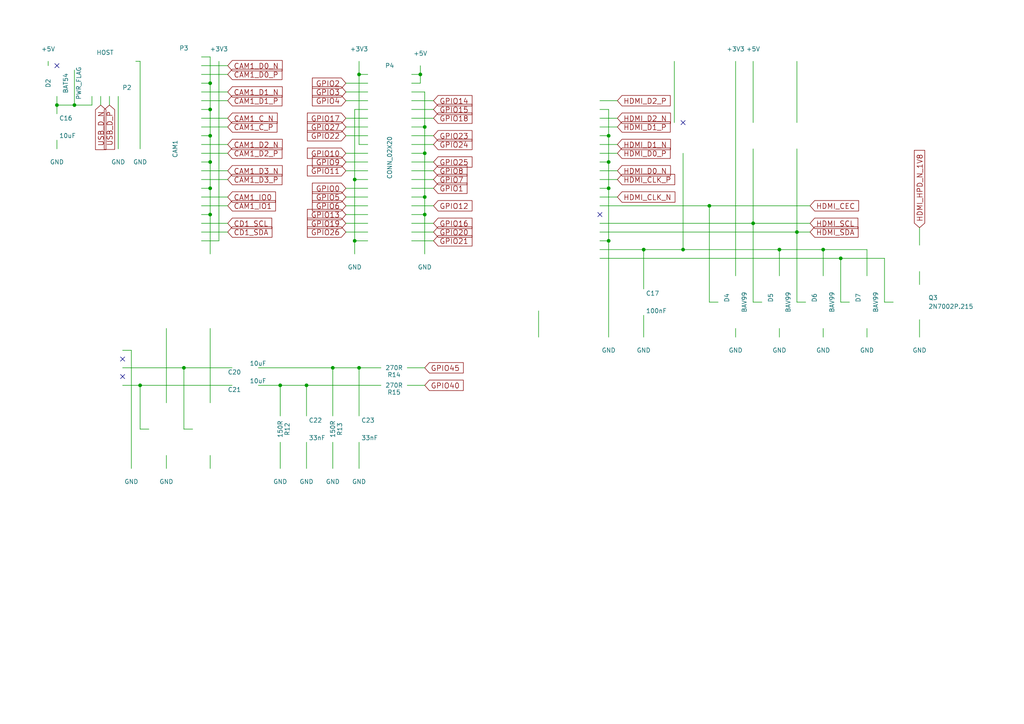
<source format=kicad_sch>
(kicad_sch
	(version 20250114)
	(generator "eeschema")
	(generator_version "9.0")
	(uuid "19b84382-a7f0-46c5-8f22-2d4ad95c1dc4")
	(paper "A4")
	(title_block
		(title "Raspberry Pi Compute Module Base Board")
		(rev "A")
		(comment 1 "Copyright (C) 2018  Manolis Agkopian")
		(comment 3 "https://www.gnu.org/licenses/gpl.html")
		(comment 4 "License: GPLv3")
	)
	(lib_symbols)
	(junction
		(at 104.14 106.68)
		(diameter 0)
		(color 0 0 0 0)
		(uuid "10e7b94f-4d94-4513-9833-5a571966ae82")
	)
	(junction
		(at 60.96 31.75)
		(diameter 0)
		(color 0 0 0 0)
		(uuid "18ae9a7c-4faf-4ddd-bc3e-6c61554a604b")
	)
	(junction
		(at 176.53 54.61)
		(diameter 0)
		(color 0 0 0 0)
		(uuid "1d2c4b21-98c2-4934-ad05-4311f97c8795")
	)
	(junction
		(at 123.19 62.23)
		(diameter 0)
		(color 0 0 0 0)
		(uuid "26f58630-99a2-43a3-aa95-e16ae99649f2")
	)
	(junction
		(at 21.59 30.48)
		(diameter 0)
		(color 0 0 0 0)
		(uuid "4661497d-bec8-47ee-bb0c-f50ae32b018d")
	)
	(junction
		(at 16.51 30.48)
		(diameter 0)
		(color 0 0 0 0)
		(uuid "4a407ba5-4ef5-4a28-b90e-89cc6f00e48f")
	)
	(junction
		(at 123.19 36.83)
		(diameter 0)
		(color 0 0 0 0)
		(uuid "4e866521-816f-4eb5-8395-6f078953c57b")
	)
	(junction
		(at 60.96 62.23)
		(diameter 0)
		(color 0 0 0 0)
		(uuid "5fa7be87-c935-4a88-b212-614f6a5cc1c3")
	)
	(junction
		(at 186.69 72.39)
		(diameter 0)
		(color 0 0 0 0)
		(uuid "60589579-747c-4d1a-b67d-241f0eef4940")
	)
	(junction
		(at 60.96 54.61)
		(diameter 0)
		(color 0 0 0 0)
		(uuid "63b9f0b9-40dd-4f67-962c-be135597cd01")
	)
	(junction
		(at 53.34 106.68)
		(diameter 0)
		(color 0 0 0 0)
		(uuid "63f970b7-632e-4b74-a5be-a6ef48af3ac1")
	)
	(junction
		(at 60.96 46.99)
		(diameter 0)
		(color 0 0 0 0)
		(uuid "655ab438-8160-4139-b323-b03d98a900e1")
	)
	(junction
		(at 243.84 74.93)
		(diameter 0)
		(color 0 0 0 0)
		(uuid "6a66ca33-8e94-4e3b-a975-f03b0772ac8f")
	)
	(junction
		(at 123.19 57.15)
		(diameter 0)
		(color 0 0 0 0)
		(uuid "6ac52b11-1a0c-4c72-9d3b-5c40bc62b501")
	)
	(junction
		(at 102.87 52.07)
		(diameter 0)
		(color 0 0 0 0)
		(uuid "84a9db88-850a-4e1b-9d8a-eebfda7fb229")
	)
	(junction
		(at 218.44 64.77)
		(diameter 0)
		(color 0 0 0 0)
		(uuid "88f2bcf9-5711-45de-96da-05754249f867")
	)
	(junction
		(at 96.52 106.68)
		(diameter 0)
		(color 0 0 0 0)
		(uuid "8a9bd03c-9cbe-44bd-9e4b-abd85a703f41")
	)
	(junction
		(at 60.96 24.13)
		(diameter 0)
		(color 0 0 0 0)
		(uuid "97a6b252-2610-44a5-a011-b41e070d1eb9")
	)
	(junction
		(at 238.76 72.39)
		(diameter 0)
		(color 0 0 0 0)
		(uuid "99118754-cabc-45b0-a8b3-ec6063819ab5")
	)
	(junction
		(at 176.53 46.99)
		(diameter 0)
		(color 0 0 0 0)
		(uuid "9d7539ad-cf37-4c56-8e1f-51edfa35d15a")
	)
	(junction
		(at 81.28 111.76)
		(diameter 0)
		(color 0 0 0 0)
		(uuid "9ef0ff55-5370-4d49-a081-bfff3896b723")
	)
	(junction
		(at 123.19 44.45)
		(diameter 0)
		(color 0 0 0 0)
		(uuid "ad7be755-6bb2-4e8b-a855-eb795cd93f3b")
	)
	(junction
		(at 121.92 21.59)
		(diameter 0)
		(color 0 0 0 0)
		(uuid "b7809c4e-074a-4eaa-ba85-b972c35004be")
	)
	(junction
		(at 102.87 69.85)
		(diameter 0)
		(color 0 0 0 0)
		(uuid "c7e490df-38de-4136-9da3-3871ec58a05d")
	)
	(junction
		(at 176.53 39.37)
		(diameter 0)
		(color 0 0 0 0)
		(uuid "c806e2ea-1aec-467f-9dec-a0361264f190")
	)
	(junction
		(at 205.74 59.69)
		(diameter 0)
		(color 0 0 0 0)
		(uuid "c8ace296-1a22-4f14-99e1-d931a5fd89d0")
	)
	(junction
		(at 40.64 111.76)
		(diameter 0)
		(color 0 0 0 0)
		(uuid "cc444fdd-bbc7-4e1a-a06c-004bfa93e5b8")
	)
	(junction
		(at 88.9 111.76)
		(diameter 0)
		(color 0 0 0 0)
		(uuid "d4eb283b-01fc-4c10-9b1b-deb8a0f009e4")
	)
	(junction
		(at 226.06 72.39)
		(diameter 0)
		(color 0 0 0 0)
		(uuid "d88d2f39-1f82-46d3-8a88-c96699cb3c7f")
	)
	(junction
		(at 198.12 72.39)
		(diameter 0)
		(color 0 0 0 0)
		(uuid "e22894f0-39db-4b84-860f-09e7a2fce2ac")
	)
	(junction
		(at 60.96 39.37)
		(diameter 0)
		(color 0 0 0 0)
		(uuid "e578cde6-1240-40db-98ff-29736798ebdd")
	)
	(junction
		(at 104.14 21.59)
		(diameter 0)
		(color 0 0 0 0)
		(uuid "f4c9e065-8996-4f3e-900f-2a8fed169856")
	)
	(junction
		(at 176.53 69.85)
		(diameter 0)
		(color 0 0 0 0)
		(uuid "f8d0d771-6519-4942-b39b-b6c6aabbf8f0")
	)
	(junction
		(at 231.14 67.31)
		(diameter 0)
		(color 0 0 0 0)
		(uuid "fc4b1f6d-f153-4745-a50f-b04f8e83e7c3")
	)
	(no_connect
		(at 173.99 62.23)
		(uuid "1f63e95a-1fba-4ef6-aac3-a8d9312fb1bd")
	)
	(no_connect
		(at 198.12 35.56)
		(uuid "7493b1df-8382-4245-9aa1-640065304c75")
	)
	(no_connect
		(at 16.51 19.05)
		(uuid "a60ccde3-1863-4a10-9489-251b1a80b2e3")
	)
	(no_connect
		(at 35.56 109.22)
		(uuid "acf440ea-0175-4058-8623-5fdf1973d28f")
	)
	(no_connect
		(at 35.56 104.14)
		(uuid "daea4d45-c882-4fb7-8ce2-69cf035c327b")
	)
	(wire
		(pts
			(xy 58.42 49.53) (xy 66.04 49.53)
		)
		(stroke
			(width 0)
			(type default)
		)
		(uuid "00acf481-4a3e-4bb0-86fe-86ece8fe678e")
	)
	(wire
		(pts
			(xy 218.44 64.77) (xy 234.95 64.77)
		)
		(stroke
			(width 0)
			(type default)
		)
		(uuid "02d76053-f1de-48c6-bb8c-dba9d34b007f")
	)
	(wire
		(pts
			(xy 58.42 69.85) (xy 63.5 69.85)
		)
		(stroke
			(width 0)
			(type default)
		)
		(uuid "03062ed1-8c0e-4e03-b21a-f499c564b0e1")
	)
	(wire
		(pts
			(xy 88.9 111.76) (xy 88.9 120.65)
		)
		(stroke
			(width 0)
			(type default)
		)
		(uuid "039ec4d6-50ad-41bf-9a23-bc749c35721a")
	)
	(wire
		(pts
			(xy 123.19 57.15) (xy 123.19 62.23)
		)
		(stroke
			(width 0)
			(type default)
		)
		(uuid "03a7c0e6-e426-4ecc-8ea5-36b51822f6ed")
	)
	(wire
		(pts
			(xy 60.96 95.25) (xy 60.96 116.84)
		)
		(stroke
			(width 0)
			(type default)
		)
		(uuid "043e886c-5a03-4776-ba32-3e4b4e8dac68")
	)
	(wire
		(pts
			(xy 176.53 46.99) (xy 176.53 54.61)
		)
		(stroke
			(width 0)
			(type default)
		)
		(uuid "04702f1c-332a-4f39-adfa-7acebef04342")
	)
	(wire
		(pts
			(xy 29.21 27.94) (xy 29.21 30.48)
		)
		(stroke
			(width 0)
			(type default)
		)
		(uuid "051e3c7a-8c4c-4f5c-9eb8-b37e8ed17b92")
	)
	(wire
		(pts
			(xy 243.84 87.63) (xy 246.38 87.63)
		)
		(stroke
			(width 0)
			(type default)
		)
		(uuid "0623fbc2-191c-41c1-9f5e-88ab2e1d414b")
	)
	(wire
		(pts
			(xy 231.14 67.31) (xy 234.95 67.31)
		)
		(stroke
			(width 0)
			(type default)
		)
		(uuid "0657e2ef-2304-4fae-806c-64976c23ab86")
	)
	(wire
		(pts
			(xy 21.59 20.32) (xy 21.59 30.48)
		)
		(stroke
			(width 0)
			(type default)
		)
		(uuid "07314d7f-c292-4493-ab0a-b7d67a48e9f5")
	)
	(wire
		(pts
			(xy 58.42 34.29) (xy 66.04 34.29)
		)
		(stroke
			(width 0)
			(type default)
		)
		(uuid "08213372-96de-4077-b0ec-30c63966c194")
	)
	(wire
		(pts
			(xy 176.53 54.61) (xy 173.99 54.61)
		)
		(stroke
			(width 0)
			(type default)
		)
		(uuid "0972be85-be38-4ee2-bdd4-c4586a889f34")
	)
	(wire
		(pts
			(xy 102.87 52.07) (xy 102.87 69.85)
		)
		(stroke
			(width 0)
			(type default)
		)
		(uuid "0a6f3905-2cbc-4772-b307-7d74e68776b5")
	)
	(wire
		(pts
			(xy 186.69 72.39) (xy 198.12 72.39)
		)
		(stroke
			(width 0)
			(type default)
		)
		(uuid "0b94be48-af99-44ef-8fb4-d8bf1c3a2b7c")
	)
	(wire
		(pts
			(xy 58.42 52.07) (xy 66.04 52.07)
		)
		(stroke
			(width 0)
			(type default)
		)
		(uuid "0cb99864-9d39-4a2e-9426-5cb88aa956a0")
	)
	(wire
		(pts
			(xy 102.87 69.85) (xy 106.68 69.85)
		)
		(stroke
			(width 0)
			(type default)
		)
		(uuid "0d5588da-8943-4b55-88b3-e9e39dfde85e")
	)
	(wire
		(pts
			(xy 123.19 111.76) (xy 118.11 111.76)
		)
		(stroke
			(width 0)
			(type default)
		)
		(uuid "0dcfb55d-d51d-4b5e-9fc9-a001b859e843")
	)
	(wire
		(pts
			(xy 58.42 59.69) (xy 66.04 59.69)
		)
		(stroke
			(width 0)
			(type default)
		)
		(uuid "0e4e313c-86f5-4650-9bf8-f54d04ba12de")
	)
	(wire
		(pts
			(xy 119.38 46.99) (xy 125.73 46.99)
		)
		(stroke
			(width 0)
			(type default)
		)
		(uuid "0fdb85fe-6c79-4239-9850-64df38eb1b30")
	)
	(wire
		(pts
			(xy 119.38 34.29) (xy 125.73 34.29)
		)
		(stroke
			(width 0)
			(type default)
		)
		(uuid "10942d4e-2ab8-4026-b8a2-5423b0199421")
	)
	(wire
		(pts
			(xy 176.53 54.61) (xy 176.53 69.85)
		)
		(stroke
			(width 0)
			(type default)
		)
		(uuid "15ecdd75-abec-4f71-b681-09c05a8ee3a6")
	)
	(wire
		(pts
			(xy 60.96 16.51) (xy 60.96 24.13)
		)
		(stroke
			(width 0)
			(type default)
		)
		(uuid "18f0253e-4a4a-45b7-a99d-a215189fa507")
	)
	(wire
		(pts
			(xy 121.92 19.05) (xy 121.92 21.59)
		)
		(stroke
			(width 0)
			(type default)
		)
		(uuid "1914fcf5-f6a3-472a-9b33-72426150b60b")
	)
	(wire
		(pts
			(xy 58.42 16.51) (xy 60.96 16.51)
		)
		(stroke
			(width 0)
			(type default)
		)
		(uuid "1b2b13eb-0a53-4ede-915e-393683bf01d2")
	)
	(wire
		(pts
			(xy 198.12 72.39) (xy 226.06 72.39)
		)
		(stroke
			(width 0)
			(type default)
		)
		(uuid "1e74d302-88c5-477b-b730-7d41db8722d6")
	)
	(wire
		(pts
			(xy 60.96 54.61) (xy 60.96 62.23)
		)
		(stroke
			(width 0)
			(type default)
		)
		(uuid "1eca6e05-2c61-4bf6-bb8c-151dc524f2c0")
	)
	(wire
		(pts
			(xy 243.84 87.63) (xy 243.84 74.93)
		)
		(stroke
			(width 0)
			(type default)
		)
		(uuid "1f842664-86f9-43e1-af46-2fcacbb3e8d0")
	)
	(wire
		(pts
			(xy 119.38 41.91) (xy 125.73 41.91)
		)
		(stroke
			(width 0)
			(type default)
		)
		(uuid "1f9e30b1-b644-41da-94e7-f52eb683ee09")
	)
	(wire
		(pts
			(xy 173.99 74.93) (xy 243.84 74.93)
		)
		(stroke
			(width 0)
			(type default)
		)
		(uuid "214a5ef0-17a1-4d14-acf9-d62ab49936dd")
	)
	(wire
		(pts
			(xy 96.52 106.68) (xy 104.14 106.68)
		)
		(stroke
			(width 0)
			(type default)
		)
		(uuid "2219b379-4f42-4df2-9f7a-3a359550aadb")
	)
	(wire
		(pts
			(xy 218.44 35.56) (xy 218.44 17.78)
		)
		(stroke
			(width 0)
			(type default)
		)
		(uuid "2354dfbc-bc6b-4975-b0b5-8b706b416e7a")
	)
	(wire
		(pts
			(xy 243.84 74.93) (xy 256.54 74.93)
		)
		(stroke
			(width 0)
			(type default)
		)
		(uuid "237fb408-d803-458c-952d-bfd85c2573bd")
	)
	(wire
		(pts
			(xy 238.76 72.39) (xy 238.76 80.01)
		)
		(stroke
			(width 0)
			(type default)
		)
		(uuid "2af81c9d-0b57-4556-a741-b2dee7141bc0")
	)
	(wire
		(pts
			(xy 231.14 35.56) (xy 231.14 17.78)
		)
		(stroke
			(width 0)
			(type default)
		)
		(uuid "2cf3f3c9-f31d-4e72-9468-cc0f338e90b1")
	)
	(wire
		(pts
			(xy 173.99 31.75) (xy 176.53 31.75)
		)
		(stroke
			(width 0)
			(type default)
		)
		(uuid "2db5083c-0946-498c-8d8d-9ef1270c4199")
	)
	(wire
		(pts
			(xy 173.99 67.31) (xy 231.14 67.31)
		)
		(stroke
			(width 0)
			(type default)
		)
		(uuid "2e78c667-7f7a-4440-9867-38780eb03e95")
	)
	(wire
		(pts
			(xy 119.38 69.85) (xy 125.73 69.85)
		)
		(stroke
			(width 0)
			(type default)
		)
		(uuid "2fe0a8d9-33a1-481e-b46d-e998c62186dc")
	)
	(wire
		(pts
			(xy 35.56 101.6) (xy 38.1 101.6)
		)
		(stroke
			(width 0)
			(type default)
		)
		(uuid "3190139b-5133-4a59-a111-77cdd8669f29")
	)
	(wire
		(pts
			(xy 104.14 21.59) (xy 104.14 41.91)
		)
		(stroke
			(width 0)
			(type default)
		)
		(uuid "32a7feea-5858-45c1-bb7e-113de849cea7")
	)
	(wire
		(pts
			(xy 238.76 97.79) (xy 238.76 95.25)
		)
		(stroke
			(width 0)
			(type default)
		)
		(uuid "3316e3be-a9d2-48f5-9e68-94b0218592bb")
	)
	(wire
		(pts
			(xy 104.14 106.68) (xy 110.49 106.68)
		)
		(stroke
			(width 0)
			(type default)
		)
		(uuid "339bb99a-3a3c-4556-bb5f-a472a23014bc")
	)
	(wire
		(pts
			(xy 60.96 135.89) (xy 60.96 132.08)
		)
		(stroke
			(width 0)
			(type default)
		)
		(uuid "3c251220-fc75-4364-b721-32f08d189443")
	)
	(wire
		(pts
			(xy 43.18 124.46) (xy 40.64 124.46)
		)
		(stroke
			(width 0)
			(type default)
		)
		(uuid "3e841f70-2877-4707-a5ae-ea0b450bd25f")
	)
	(wire
		(pts
			(xy 53.34 106.68) (xy 67.31 106.68)
		)
		(stroke
			(width 0)
			(type default)
		)
		(uuid "405a7a02-1cca-4692-bad4-6495021c5076")
	)
	(wire
		(pts
			(xy 119.38 64.77) (xy 125.73 64.77)
		)
		(stroke
			(width 0)
			(type default)
		)
		(uuid "4145f82b-ebf5-4da9-bf97-2e283c054164")
	)
	(wire
		(pts
			(xy 13.97 19.05) (xy 13.97 17.78)
		)
		(stroke
			(width 0)
			(type default)
		)
		(uuid "42ca4b24-ddd2-4107-a6d3-664a569b0c19")
	)
	(wire
		(pts
			(xy 119.38 29.21) (xy 125.73 29.21)
		)
		(stroke
			(width 0)
			(type default)
		)
		(uuid "44029d8d-ecbb-4342-91a2-26e930102b6f")
	)
	(wire
		(pts
			(xy 74.93 111.76) (xy 81.28 111.76)
		)
		(stroke
			(width 0)
			(type default)
		)
		(uuid "44474ce3-0cc7-4802-936d-7f90d23801a0")
	)
	(wire
		(pts
			(xy 16.51 27.94) (xy 16.51 30.48)
		)
		(stroke
			(width 0)
			(type default)
		)
		(uuid "4495145a-093b-4878-bde6-fd587728de9b")
	)
	(wire
		(pts
			(xy 96.52 128.27) (xy 96.52 135.89)
		)
		(stroke
			(width 0)
			(type default)
		)
		(uuid "46fb4f1f-5848-4a5f-b283-3dcd16430f09")
	)
	(wire
		(pts
			(xy 106.68 36.83) (xy 100.33 36.83)
		)
		(stroke
			(width 0)
			(type default)
		)
		(uuid "4a2a2a27-6f82-4991-9238-f583dc0dabba")
	)
	(wire
		(pts
			(xy 26.67 30.48) (xy 26.67 27.94)
		)
		(stroke
			(width 0)
			(type default)
		)
		(uuid "4b91b00e-4bc9-4274-9c70-e73fab7c7f5b")
	)
	(wire
		(pts
			(xy 102.87 69.85) (xy 102.87 73.66)
		)
		(stroke
			(width 0)
			(type default)
		)
		(uuid "4bc4cb93-ca41-497a-b31a-8ada6b27bc0d")
	)
	(wire
		(pts
			(xy 40.64 111.76) (xy 67.31 111.76)
		)
		(stroke
			(width 0)
			(type default)
		)
		(uuid "4c9f11b8-8269-490b-ac5f-18ce0412d1a4")
	)
	(wire
		(pts
			(xy 16.51 40.64) (xy 16.51 43.18)
		)
		(stroke
			(width 0)
			(type default)
		)
		(uuid "4d32deab-7f96-479d-8bb2-0f9d67d28582")
	)
	(wire
		(pts
			(xy 176.53 69.85) (xy 173.99 69.85)
		)
		(stroke
			(width 0)
			(type default)
		)
		(uuid "50d615cd-b91b-4279-bf46-b757da190259")
	)
	(wire
		(pts
			(xy 156.21 97.79) (xy 156.21 90.17)
		)
		(stroke
			(width 0)
			(type default)
		)
		(uuid "51d927e0-1acc-4232-a69a-b05719e69309")
	)
	(wire
		(pts
			(xy 81.28 128.27) (xy 81.28 135.89)
		)
		(stroke
			(width 0)
			(type default)
		)
		(uuid "52bac318-2bee-434b-ba17-d08f2bf809ae")
	)
	(wire
		(pts
			(xy 60.96 31.75) (xy 60.96 39.37)
		)
		(stroke
			(width 0)
			(type default)
		)
		(uuid "52e3e179-e038-4c7c-807c-2c8939224509")
	)
	(wire
		(pts
			(xy 259.08 87.63) (xy 256.54 87.63)
		)
		(stroke
			(width 0)
			(type default)
		)
		(uuid "55252db7-d370-4826-ab87-db7eff230a5e")
	)
	(wire
		(pts
			(xy 173.99 64.77) (xy 218.44 64.77)
		)
		(stroke
			(width 0)
			(type default)
		)
		(uuid "558c9cdc-d93b-424f-a554-3bf9ba7981c9")
	)
	(wire
		(pts
			(xy 198.12 44.45) (xy 198.12 72.39)
		)
		(stroke
			(width 0)
			(type default)
		)
		(uuid "57079368-c047-45b9-9347-985ea2238b15")
	)
	(wire
		(pts
			(xy 60.96 31.75) (xy 58.42 31.75)
		)
		(stroke
			(width 0)
			(type default)
		)
		(uuid "571e9b40-1294-40b3-ae50-6b28dc204c67")
	)
	(wire
		(pts
			(xy 35.56 111.76) (xy 40.64 111.76)
		)
		(stroke
			(width 0)
			(type default)
		)
		(uuid "577bc805-5adc-40fd-baab-efa0e20af6d6")
	)
	(wire
		(pts
			(xy 218.44 64.77) (xy 218.44 87.63)
		)
		(stroke
			(width 0)
			(type default)
		)
		(uuid "5aaed357-fe58-40e2-8e02-fda2bec2650b")
	)
	(wire
		(pts
			(xy 173.99 52.07) (xy 179.07 52.07)
		)
		(stroke
			(width 0)
			(type default)
		)
		(uuid "5ab71525-247d-4610-9771-dfcc4ed7b78e")
	)
	(wire
		(pts
			(xy 16.51 30.48) (xy 16.51 33.02)
		)
		(stroke
			(width 0)
			(type default)
		)
		(uuid "5babf57a-dbc8-4501-975d-5544ba4f17fb")
	)
	(wire
		(pts
			(xy 34.29 43.18) (xy 34.29 27.94)
		)
		(stroke
			(width 0)
			(type default)
		)
		(uuid "5cec6aa4-d2fc-4d1a-a8e9-b293e408e040")
	)
	(wire
		(pts
			(xy 119.38 59.69) (xy 125.73 59.69)
		)
		(stroke
			(width 0)
			(type default)
		)
		(uuid "5d41558b-0b1c-4f69-8b88-719396a1c157")
	)
	(wire
		(pts
			(xy 16.51 30.48) (xy 21.59 30.48)
		)
		(stroke
			(width 0)
			(type default)
		)
		(uuid "5eede352-7d68-4e05-8b36-7e0b0a4c4b77")
	)
	(wire
		(pts
			(xy 38.1 101.6) (xy 38.1 135.89)
		)
		(stroke
			(width 0)
			(type default)
		)
		(uuid "5fe7fb4a-2eee-45fa-aef0-a2d12eb8eee1")
	)
	(wire
		(pts
			(xy 40.64 17.78) (xy 40.64 43.18)
		)
		(stroke
			(width 0)
			(type default)
		)
		(uuid "65dd1c2e-a3f0-4f30-8478-3f80f3f5f0b5")
	)
	(wire
		(pts
			(xy 100.33 54.61) (xy 106.68 54.61)
		)
		(stroke
			(width 0)
			(type default)
		)
		(uuid "667206dd-32b6-4332-9107-bb1df04fe945")
	)
	(wire
		(pts
			(xy 231.14 67.31) (xy 231.14 87.63)
		)
		(stroke
			(width 0)
			(type default)
		)
		(uuid "67d70e5f-356b-4b4e-b812-be4271719bc9")
	)
	(wire
		(pts
			(xy 58.42 26.67) (xy 66.04 26.67)
		)
		(stroke
			(width 0)
			(type default)
		)
		(uuid "68fed944-ff4b-4dca-a257-2b0da12d4ea2")
	)
	(wire
		(pts
			(xy 208.28 87.63) (xy 205.74 87.63)
		)
		(stroke
			(width 0)
			(type default)
		)
		(uuid "6a6d61dc-6a09-47d1-a297-bcbdb0c4706e")
	)
	(wire
		(pts
			(xy 119.38 21.59) (xy 121.92 21.59)
		)
		(stroke
			(width 0)
			(type default)
		)
		(uuid "6bf0943c-8dea-49ad-96a0-190e48108380")
	)
	(wire
		(pts
			(xy 60.96 24.13) (xy 60.96 31.75)
		)
		(stroke
			(width 0)
			(type default)
		)
		(uuid "6cf49b39-7486-4d0b-8a6f-a41cd8a418c9")
	)
	(wire
		(pts
			(xy 39.37 17.78) (xy 40.64 17.78)
		)
		(stroke
			(width 0)
			(type default)
		)
		(uuid "6d1465fe-d74d-471d-8871-83107b5e6c45")
	)
	(wire
		(pts
			(xy 58.42 24.13) (xy 60.96 24.13)
		)
		(stroke
			(width 0)
			(type default)
		)
		(uuid "6dd773b3-8bd1-4143-a26a-7faff3ef53bc")
	)
	(wire
		(pts
			(xy 251.46 97.79) (xy 251.46 95.25)
		)
		(stroke
			(width 0)
			(type default)
		)
		(uuid "6f060867-0e69-4dcc-9336-5ce05fb9a9f7")
	)
	(wire
		(pts
			(xy 173.99 39.37) (xy 176.53 39.37)
		)
		(stroke
			(width 0)
			(type default)
		)
		(uuid "6fa1e8d6-9517-4933-bdb7-0e595710e6a5")
	)
	(wire
		(pts
			(xy 176.53 46.99) (xy 173.99 46.99)
		)
		(stroke
			(width 0)
			(type default)
		)
		(uuid "710db1cf-1de1-418c-bb06-e4737289fa5a")
	)
	(wire
		(pts
			(xy 21.59 30.48) (xy 26.67 30.48)
		)
		(stroke
			(width 0)
			(type default)
		)
		(uuid "7489a288-e651-4a54-bccd-17cc5a7294e6")
	)
	(wire
		(pts
			(xy 119.38 31.75) (xy 125.73 31.75)
		)
		(stroke
			(width 0)
			(type default)
		)
		(uuid "7568b7ef-edc1-4f91-9adb-f9f241839f45")
	)
	(wire
		(pts
			(xy 31.75 27.94) (xy 31.75 30.48)
		)
		(stroke
			(width 0)
			(type default)
		)
		(uuid "756a3b97-b74c-45ef-8366-54d72712dffd")
	)
	(wire
		(pts
			(xy 119.38 39.37) (xy 125.73 39.37)
		)
		(stroke
			(width 0)
			(type default)
		)
		(uuid "792abacf-e08e-40ea-92e3-eead59cc9ceb")
	)
	(wire
		(pts
			(xy 58.42 19.05) (xy 66.04 19.05)
		)
		(stroke
			(width 0)
			(type default)
		)
		(uuid "7afe007c-d181-4858-8afe-81e33e8c12cf")
	)
	(wire
		(pts
			(xy 173.99 29.21) (xy 179.07 29.21)
		)
		(stroke
			(width 0)
			(type default)
		)
		(uuid "7b67f03c-5c20-486c-b267-9687ef50f179")
	)
	(wire
		(pts
			(xy 106.68 57.15) (xy 100.33 57.15)
		)
		(stroke
			(width 0)
			(type default)
		)
		(uuid "7f89a6d8-2cc7-4263-9bdb-962b2229b360")
	)
	(wire
		(pts
			(xy 231.14 87.63) (xy 233.68 87.63)
		)
		(stroke
			(width 0)
			(type default)
		)
		(uuid "7f8cab9c-42d4-4471-afde-772949e35642")
	)
	(wire
		(pts
			(xy 106.68 46.99) (xy 100.33 46.99)
		)
		(stroke
			(width 0)
			(type default)
		)
		(uuid "82631442-1bdb-47aa-8ac0-e1edd4de189e")
	)
	(wire
		(pts
			(xy 58.42 41.91) (xy 66.04 41.91)
		)
		(stroke
			(width 0)
			(type default)
		)
		(uuid "829ab730-b72f-4c7f-8edd-6e1f72b9ccb4")
	)
	(wire
		(pts
			(xy 74.93 106.68) (xy 96.52 106.68)
		)
		(stroke
			(width 0)
			(type default)
		)
		(uuid "82e79810-f653-4682-92a9-f0b8dac02970")
	)
	(wire
		(pts
			(xy 63.5 69.85) (xy 63.5 17.78)
		)
		(stroke
			(width 0)
			(type default)
		)
		(uuid "837b3b86-af1e-484c-9e82-59e43b954054")
	)
	(wire
		(pts
			(xy 173.99 41.91) (xy 179.07 41.91)
		)
		(stroke
			(width 0)
			(type default)
		)
		(uuid "83efa457-9afc-4724-81b0-838773efa64d")
	)
	(wire
		(pts
			(xy 186.69 97.79) (xy 186.69 91.44)
		)
		(stroke
			(width 0)
			(type default)
		)
		(uuid "85dabcd8-9ca3-4e28-aa2b-9fb01f082a87")
	)
	(wire
		(pts
			(xy 106.68 62.23) (xy 100.33 62.23)
		)
		(stroke
			(width 0)
			(type default)
		)
		(uuid "89825268-d7a4-451c-abad-2c07b7c57927")
	)
	(wire
		(pts
			(xy 176.53 39.37) (xy 176.53 46.99)
		)
		(stroke
			(width 0)
			(type default)
		)
		(uuid "898b89fb-b345-45a1-bff4-5856329d151a")
	)
	(wire
		(pts
			(xy 121.92 21.59) (xy 121.92 24.13)
		)
		(stroke
			(width 0)
			(type default)
		)
		(uuid "899dcffc-2b98-47e7-bc9f-4c02885f633e")
	)
	(wire
		(pts
			(xy 176.53 69.85) (xy 176.53 97.79)
		)
		(stroke
			(width 0)
			(type default)
		)
		(uuid "8dc4e7ff-3c1e-480b-8af8-d0cd06e63580")
	)
	(wire
		(pts
			(xy 213.36 17.78) (xy 213.36 80.01)
		)
		(stroke
			(width 0)
			(type default)
		)
		(uuid "8f86524d-416c-4b08-8770-991be59193ac")
	)
	(wire
		(pts
			(xy 125.73 54.61) (xy 119.38 54.61)
		)
		(stroke
			(width 0)
			(type default)
		)
		(uuid "902cca61-585c-4c9d-9fa6-c934ef07565e")
	)
	(wire
		(pts
			(xy 119.38 52.07) (xy 125.73 52.07)
		)
		(stroke
			(width 0)
			(type default)
		)
		(uuid "924a4ee7-8615-47e2-bb8e-8c74ec288d9e")
	)
	(wire
		(pts
			(xy 119.38 57.15) (xy 123.19 57.15)
		)
		(stroke
			(width 0)
			(type default)
		)
		(uuid "94319a06-53ec-4a36-8405-f76c259f8ac5")
	)
	(wire
		(pts
			(xy 186.69 72.39) (xy 186.69 83.82)
		)
		(stroke
			(width 0)
			(type default)
		)
		(uuid "97e41ff2-ad43-46b4-b609-36f6376b04ad")
	)
	(wire
		(pts
			(xy 118.11 106.68) (xy 123.19 106.68)
		)
		(stroke
			(width 0)
			(type default)
		)
		(uuid "9917ee91-d295-44bf-994e-a918f71a40a2")
	)
	(wire
		(pts
			(xy 48.26 95.25) (xy 48.26 116.84)
		)
		(stroke
			(width 0)
			(type default)
		)
		(uuid "9941f2a3-7ea3-4f38-b852-067a4e391274")
	)
	(wire
		(pts
			(xy 60.96 39.37) (xy 58.42 39.37)
		)
		(stroke
			(width 0)
			(type default)
		)
		(uuid "9a098652-7d0d-4cd9-869f-20d936a1ef81")
	)
	(wire
		(pts
			(xy 58.42 57.15) (xy 66.04 57.15)
		)
		(stroke
			(width 0)
			(type default)
		)
		(uuid "9b9fe0e1-97fa-443a-a5f0-c5df5d17e53e")
	)
	(wire
		(pts
			(xy 173.99 72.39) (xy 186.69 72.39)
		)
		(stroke
			(width 0)
			(type default)
		)
		(uuid "9c1faefd-739a-4987-b009-c3459a1d250c")
	)
	(wire
		(pts
			(xy 106.68 26.67) (xy 100.33 26.67)
		)
		(stroke
			(width 0)
			(type default)
		)
		(uuid "9c6628f6-e762-4708-9908-8edcdddde1d4")
	)
	(wire
		(pts
			(xy 58.42 21.59) (xy 66.04 21.59)
		)
		(stroke
			(width 0)
			(type default)
		)
		(uuid "9ec16c52-d209-4b25-9567-92ec8fd57f22")
	)
	(wire
		(pts
			(xy 218.44 87.63) (xy 220.98 87.63)
		)
		(stroke
			(width 0)
			(type default)
		)
		(uuid "9f7fef78-753a-447f-98e8-6d9d2fce8aa1")
	)
	(wire
		(pts
			(xy 266.7 71.12) (xy 266.7 66.04)
		)
		(stroke
			(width 0)
			(type default)
		)
		(uuid "a150e6f3-a164-4f05-9b2e-570b78dc8029")
	)
	(wire
		(pts
			(xy 106.68 64.77) (xy 100.33 64.77)
		)
		(stroke
			(width 0)
			(type default)
		)
		(uuid "a1697a12-2471-474f-84b0-bed2a3ceaf8a")
	)
	(wire
		(pts
			(xy 60.96 46.99) (xy 60.96 54.61)
		)
		(stroke
			(width 0)
			(type default)
		)
		(uuid "a1c0b446-12b0-470d-ad2c-cfcad047e177")
	)
	(wire
		(pts
			(xy 119.38 44.45) (xy 123.19 44.45)
		)
		(stroke
			(width 0)
			(type default)
		)
		(uuid "a20f9ef3-3a54-44ad-bda2-a1dc92b1beb4")
	)
	(wire
		(pts
			(xy 266.7 97.79) (xy 266.7 92.71)
		)
		(stroke
			(width 0)
			(type default)
		)
		(uuid "a3daf824-fb7e-46d4-8e00-9f2c4d98683a")
	)
	(wire
		(pts
			(xy 60.96 62.23) (xy 58.42 62.23)
		)
		(stroke
			(width 0)
			(type default)
		)
		(uuid "a422cad1-3aa0-4d43-b260-bbf2f56e1234")
	)
	(wire
		(pts
			(xy 119.38 62.23) (xy 123.19 62.23)
		)
		(stroke
			(width 0)
			(type default)
		)
		(uuid "a7d8747b-3f40-4946-9d42-81d5d1b5ccb7")
	)
	(wire
		(pts
			(xy 176.53 31.75) (xy 176.53 39.37)
		)
		(stroke
			(width 0)
			(type default)
		)
		(uuid "a99c49d3-fa04-427c-b4af-332dc890b048")
	)
	(wire
		(pts
			(xy 123.19 44.45) (xy 123.19 57.15)
		)
		(stroke
			(width 0)
			(type default)
		)
		(uuid "ab29ae77-7a72-4e06-a9b2-0139d7a4e62a")
	)
	(wire
		(pts
			(xy 205.74 59.69) (xy 234.95 59.69)
		)
		(stroke
			(width 0)
			(type default)
		)
		(uuid "ac3001e1-a073-43c6-ada9-7776a9b4abb2")
	)
	(wire
		(pts
			(xy 123.19 62.23) (xy 123.19 73.66)
		)
		(stroke
			(width 0)
			(type default)
		)
		(uuid "ae31bf2a-8832-47c1-9c30-e6f210d8fe14")
	)
	(wire
		(pts
			(xy 88.9 111.76) (xy 110.49 111.76)
		)
		(stroke
			(width 0)
			(type default)
		)
		(uuid "aeaab7d2-c190-4f2a-aae6-8ce752a9ff57")
	)
	(wire
		(pts
			(xy 55.88 124.46) (xy 53.34 124.46)
		)
		(stroke
			(width 0)
			(type default)
		)
		(uuid "b2172c71-05f4-4b22-af75-16bfc3fb73d7")
	)
	(wire
		(pts
			(xy 96.52 120.65) (xy 96.52 106.68)
		)
		(stroke
			(width 0)
			(type default)
		)
		(uuid "b2d1c18d-7421-4c9b-a877-a683cf9cf91a")
	)
	(wire
		(pts
			(xy 58.42 67.31) (xy 66.04 67.31)
		)
		(stroke
			(width 0)
			(type default)
		)
		(uuid "b30066a9-7932-4e5a-9078-b6bcc98ba127")
	)
	(wire
		(pts
			(xy 104.14 41.91) (xy 106.68 41.91)
		)
		(stroke
			(width 0)
			(type default)
		)
		(uuid "b3b88e96-9406-4856-bbbb-cce5988479d8")
	)
	(wire
		(pts
			(xy 119.38 49.53) (xy 125.73 49.53)
		)
		(stroke
			(width 0)
			(type default)
		)
		(uuid "b49013a0-e743-46de-8186-1e3032c4a372")
	)
	(wire
		(pts
			(xy 256.54 87.63) (xy 256.54 74.93)
		)
		(stroke
			(width 0)
			(type default)
		)
		(uuid "b4b87ce8-d64a-4f9e-bb09-6dd57e0e51e1")
	)
	(wire
		(pts
			(xy 106.68 59.69) (xy 100.33 59.69)
		)
		(stroke
			(width 0)
			(type default)
		)
		(uuid "b54c3f75-5763-4802-b20f-f7cd4fc36a7e")
	)
	(wire
		(pts
			(xy 251.46 72.39) (xy 251.46 80.01)
		)
		(stroke
			(width 0)
			(type default)
		)
		(uuid "b6b0b122-f9a7-4182-8dd4-71da091cbc3c")
	)
	(wire
		(pts
			(xy 53.34 124.46) (xy 53.34 106.68)
		)
		(stroke
			(width 0)
			(type default)
		)
		(uuid "b89b1f51-5b64-449b-8651-61010758e3a4")
	)
	(wire
		(pts
			(xy 106.68 52.07) (xy 102.87 52.07)
		)
		(stroke
			(width 0)
			(type default)
		)
		(uuid "c0344beb-f754-4938-87ab-d5ea97086141")
	)
	(wire
		(pts
			(xy 104.14 128.27) (xy 104.14 135.89)
		)
		(stroke
			(width 0)
			(type default)
		)
		(uuid "c0596b7d-5e73-412e-bf8c-e12ece8d2cfb")
	)
	(wire
		(pts
			(xy 226.06 97.79) (xy 226.06 95.25)
		)
		(stroke
			(width 0)
			(type default)
		)
		(uuid "c2220f1a-4e52-435c-bffc-12a3e5932c59")
	)
	(wire
		(pts
			(xy 173.99 34.29) (xy 179.07 34.29)
		)
		(stroke
			(width 0)
			(type default)
		)
		(uuid "c3a8b12e-c308-4d45-b4b5-16b1edcdfff9")
	)
	(wire
		(pts
			(xy 121.92 24.13) (xy 119.38 24.13)
		)
		(stroke
			(width 0)
			(type default)
		)
		(uuid "c5a780ba-af8d-4620-93b8-34bd3ad77c2f")
	)
	(wire
		(pts
			(xy 48.26 135.89) (xy 48.26 132.08)
		)
		(stroke
			(width 0)
			(type default)
		)
		(uuid "c5f7154a-6c9a-414f-8a94-4300121a996a")
	)
	(wire
		(pts
			(xy 60.96 62.23) (xy 60.96 73.66)
		)
		(stroke
			(width 0)
			(type default)
		)
		(uuid "c6e66015-a14b-41a9-b0df-8ffce73c0768")
	)
	(wire
		(pts
			(xy 60.96 46.99) (xy 58.42 46.99)
		)
		(stroke
			(width 0)
			(type default)
		)
		(uuid "c9395b73-4c02-4171-bacd-922ae00c5ae9")
	)
	(wire
		(pts
			(xy 106.68 29.21) (xy 100.33 29.21)
		)
		(stroke
			(width 0)
			(type default)
		)
		(uuid "c93e898f-ed90-46ee-a97e-5cd87a30d2a9")
	)
	(wire
		(pts
			(xy 266.7 82.55) (xy 266.7 78.74)
		)
		(stroke
			(width 0)
			(type default)
		)
		(uuid "ca2aed0c-124e-4274-b4be-66263c1d5ff0")
	)
	(wire
		(pts
			(xy 106.68 24.13) (xy 100.33 24.13)
		)
		(stroke
			(width 0)
			(type default)
		)
		(uuid "cb368863-5fd1-4b22-99ac-69217ed9bc82")
	)
	(wire
		(pts
			(xy 58.42 64.77) (xy 66.04 64.77)
		)
		(stroke
			(width 0)
			(type default)
		)
		(uuid "cc55db79-6513-4592-826c-9898b1f0fd85")
	)
	(wire
		(pts
			(xy 106.68 67.31) (xy 100.33 67.31)
		)
		(stroke
			(width 0)
			(type default)
		)
		(uuid "ce0b74b2-8eb3-4328-958c-2163b3a2f498")
	)
	(wire
		(pts
			(xy 213.36 97.79) (xy 213.36 95.25)
		)
		(stroke
			(width 0)
			(type default)
		)
		(uuid "cfafdaf1-c049-47d9-93b5-6b85ee1ef723")
	)
	(wire
		(pts
			(xy 106.68 44.45) (xy 100.33 44.45)
		)
		(stroke
			(width 0)
			(type default)
		)
		(uuid "d023d4da-94bc-404f-945d-12c683ffe00d")
	)
	(wire
		(pts
			(xy 173.99 57.15) (xy 179.07 57.15)
		)
		(stroke
			(width 0)
			(type default)
		)
		(uuid "d283f3f5-13ef-40d7-8bf1-1236712df01e")
	)
	(wire
		(pts
			(xy 119.38 36.83) (xy 123.19 36.83)
		)
		(stroke
			(width 0)
			(type default)
		)
		(uuid "d2e02bf3-e326-498a-8e2c-cea38c47ed0a")
	)
	(wire
		(pts
			(xy 60.96 54.61) (xy 58.42 54.61)
		)
		(stroke
			(width 0)
			(type default)
		)
		(uuid "d2f78edd-706e-4ab3-82cc-d334e70a9f57")
	)
	(wire
		(pts
			(xy 226.06 72.39) (xy 226.06 80.01)
		)
		(stroke
			(width 0)
			(type default)
		)
		(uuid "d4fbb854-eb8f-487a-8b7f-24b45401a504")
	)
	(wire
		(pts
			(xy 226.06 72.39) (xy 238.76 72.39)
		)
		(stroke
			(width 0)
			(type default)
		)
		(uuid "d7055a95-fd7c-4a74-a3f2-55a4638a2dd6")
	)
	(wire
		(pts
			(xy 104.14 17.78) (xy 104.14 21.59)
		)
		(stroke
			(width 0)
			(type default)
		)
		(uuid "d7e261d4-910f-4ea6-bc9a-bccf1f43788f")
	)
	(wire
		(pts
			(xy 81.28 111.76) (xy 81.28 120.65)
		)
		(stroke
			(width 0)
			(type default)
		)
		(uuid "d7eebacc-c72d-4e6b-b6d6-704c86087843")
	)
	(wire
		(pts
			(xy 218.44 43.18) (xy 218.44 64.77)
		)
		(stroke
			(width 0)
			(type default)
		)
		(uuid "d9117fbe-2c83-4383-a765-d18556780e77")
	)
	(wire
		(pts
			(xy 58.42 44.45) (xy 66.04 44.45)
		)
		(stroke
			(width 0)
			(type default)
		)
		(uuid "da5c51e6-a5a1-482d-abd8-0c9506bdfd17")
	)
	(wire
		(pts
			(xy 173.99 36.83) (xy 179.07 36.83)
		)
		(stroke
			(width 0)
			(type default)
		)
		(uuid "dc8e3420-84a7-47df-a694-a32f1d13b628")
	)
	(wire
		(pts
			(xy 106.68 49.53) (xy 100.33 49.53)
		)
		(stroke
			(width 0)
			(type default)
		)
		(uuid "dca41396-bc72-46d4-968d-d3de758510fe")
	)
	(wire
		(pts
			(xy 119.38 67.31) (xy 125.73 67.31)
		)
		(stroke
			(width 0)
			(type default)
		)
		(uuid "dd66e446-27b2-4740-a13e-8bdda82cb0e8")
	)
	(wire
		(pts
			(xy 123.19 36.83) (xy 123.19 44.45)
		)
		(stroke
			(width 0)
			(type default)
		)
		(uuid "df8c2c36-d9c8-43c0-8b37-68e5247caac5")
	)
	(wire
		(pts
			(xy 106.68 31.75) (xy 102.87 31.75)
		)
		(stroke
			(width 0)
			(type default)
		)
		(uuid "e248d9f7-f468-4641-b4c9-93294011b21a")
	)
	(wire
		(pts
			(xy 173.99 49.53) (xy 179.07 49.53)
		)
		(stroke
			(width 0)
			(type default)
		)
		(uuid "e2930fcc-5064-4060-9095-30d2d993e11f")
	)
	(wire
		(pts
			(xy 173.99 59.69) (xy 205.74 59.69)
		)
		(stroke
			(width 0)
			(type default)
		)
		(uuid "e4b031ba-1b48-4677-805a-4894cbc9c636")
	)
	(wire
		(pts
			(xy 104.14 106.68) (xy 104.14 120.65)
		)
		(stroke
			(width 0)
			(type default)
		)
		(uuid "e75145dc-fb32-401a-9446-064371123e79")
	)
	(wire
		(pts
			(xy 106.68 34.29) (xy 100.33 34.29)
		)
		(stroke
			(width 0)
			(type default)
		)
		(uuid "e784221f-a401-45c9-a566-74d15ac7ac0a")
	)
	(wire
		(pts
			(xy 238.76 72.39) (xy 251.46 72.39)
		)
		(stroke
			(width 0)
			(type default)
		)
		(uuid "eaf8201a-6333-48e1-9f89-8e3ceb3ea05b")
	)
	(wire
		(pts
			(xy 119.38 26.67) (xy 123.19 26.67)
		)
		(stroke
			(width 0)
			(type default)
		)
		(uuid "eb83c22c-6100-42cc-96b4-c33da49d8912")
	)
	(wire
		(pts
			(xy 106.68 39.37) (xy 100.33 39.37)
		)
		(stroke
			(width 0)
			(type default)
		)
		(uuid "ecae8e08-2fac-40ce-8e15-2604496efc90")
	)
	(wire
		(pts
			(xy 106.68 21.59) (xy 104.14 21.59)
		)
		(stroke
			(width 0)
			(type default)
		)
		(uuid "ef1b5360-153e-4a54-b74a-ae8a886113e4")
	)
	(wire
		(pts
			(xy 123.19 26.67) (xy 123.19 36.83)
		)
		(stroke
			(width 0)
			(type default)
		)
		(uuid "ef3b8f35-0c98-4f46-b744-474373aed55a")
	)
	(wire
		(pts
			(xy 231.14 43.18) (xy 231.14 67.31)
		)
		(stroke
			(width 0)
			(type default)
		)
		(uuid "efebfdfd-3495-4e84-8ccc-7004190b4479")
	)
	(wire
		(pts
			(xy 173.99 44.45) (xy 179.07 44.45)
		)
		(stroke
			(width 0)
			(type default)
		)
		(uuid "f0180aad-7bbd-4c35-a647-322f25aafb82")
	)
	(wire
		(pts
			(xy 40.64 124.46) (xy 40.64 111.76)
		)
		(stroke
			(width 0)
			(type default)
		)
		(uuid "f17a5099-48f5-45b0-b7db-d68bb24a4dd2")
	)
	(wire
		(pts
			(xy 102.87 31.75) (xy 102.87 52.07)
		)
		(stroke
			(width 0)
			(type default)
		)
		(uuid "f2bdc568-1666-4c60-82da-293ce8aa5c28")
	)
	(wire
		(pts
			(xy 205.74 87.63) (xy 205.74 59.69)
		)
		(stroke
			(width 0)
			(type default)
		)
		(uuid "f3c6d1c4-d0cf-4a82-a754-a3a86210ad72")
	)
	(wire
		(pts
			(xy 58.42 36.83) (xy 66.04 36.83)
		)
		(stroke
			(width 0)
			(type default)
		)
		(uuid "f5c31e7d-9108-47d7-bd66-664fa7cb5596")
	)
	(wire
		(pts
			(xy 195.58 35.56) (xy 195.58 17.78)
		)
		(stroke
			(width 0)
			(type default)
		)
		(uuid "f6152ad2-7001-4703-ae37-72475a6f5ca6")
	)
	(wire
		(pts
			(xy 88.9 135.89) (xy 88.9 128.27)
		)
		(stroke
			(width 0)
			(type default)
		)
		(uuid "f7362c90-4e94-4fe7-b775-66f14448355c")
	)
	(wire
		(pts
			(xy 81.28 111.76) (xy 88.9 111.76)
		)
		(stroke
			(width 0)
			(type default)
		)
		(uuid "f7e1725f-8d20-489e-bccc-808e60735e9b")
	)
	(wire
		(pts
			(xy 58.42 29.21) (xy 66.04 29.21)
		)
		(stroke
			(width 0)
			(type default)
		)
		(uuid "f8105770-f2bf-461a-bacc-7c63c8752119")
	)
	(wire
		(pts
			(xy 60.96 39.37) (xy 60.96 46.99)
		)
		(stroke
			(width 0)
			(type default)
		)
		(uuid "f97fdf93-2877-470d-b70c-a8485b3b667f")
	)
	(wire
		(pts
			(xy 35.56 106.68) (xy 53.34 106.68)
		)
		(stroke
			(width 0)
			(type default)
		)
		(uuid "fe27899a-89e0-4109-bbe6-df467e8fb722")
	)
	(global_label "HDMI_D1_N"
		(shape input)
		(at 179.07 41.91 0)
		(effects
			(font
				(size 1.524 1.524)
			)
			(justify left)
		)
		(uuid "0140e27a-4162-4485-916f-cb220346b469")
		(property "Intersheetrefs" "${INTERSHEET_REFS}"
			(at 179.07 41.91 0)
			(effects
				(font
					(size 1.27 1.27)
				)
				(hide yes)
			)
		)
	)
	(global_label "CAM1_C_P"
		(shape input)
		(at 66.04 36.83 0)
		(effects
			(font
				(size 1.524 1.524)
			)
			(justify left)
		)
		(uuid "0293e3fb-50ba-4638-b326-66f2ec97743a")
		(property "Intersheetrefs" "${INTERSHEET_REFS}"
			(at 66.04 36.83 0)
			(effects
				(font
					(size 1.27 1.27)
				)
				(hide yes)
			)
		)
	)
	(global_label "GPIO21"
		(shape input)
		(at 125.73 69.85 0)
		(effects
			(font
				(size 1.524 1.524)
			)
			(justify left)
		)
		(uuid "075f22e5-9eec-4cee-a225-656e9758aba4")
		(property "Intersheetrefs" "${INTERSHEET_REFS}"
			(at 125.73 69.85 0)
			(effects
				(font
					(size 1.27 1.27)
				)
				(hide yes)
			)
		)
	)
	(global_label "HDMI_CLK_N"
		(shape input)
		(at 179.07 57.15 0)
		(effects
			(font
				(size 1.524 1.524)
			)
			(justify left)
		)
		(uuid "0c2bce0a-0b00-45d6-9052-1b9fbb9370eb")
		(property "Intersheetrefs" "${INTERSHEET_REFS}"
			(at 179.07 57.15 0)
			(effects
				(font
					(size 1.27 1.27)
				)
				(hide yes)
			)
		)
	)
	(global_label "GPIO26"
		(shape input)
		(at 100.33 67.31 180)
		(effects
			(font
				(size 1.524 1.524)
			)
			(justify right)
		)
		(uuid "0c338744-1653-4579-a95c-9e3a7778e06e")
		(property "Intersheetrefs" "${INTERSHEET_REFS}"
			(at 100.33 67.31 0)
			(effects
				(font
					(size 1.27 1.27)
				)
				(hide yes)
			)
		)
	)
	(global_label "GPIO13"
		(shape input)
		(at 100.33 62.23 180)
		(effects
			(font
				(size 1.524 1.524)
			)
			(justify right)
		)
		(uuid "17afaec7-d998-446d-9533-ba649f2136cd")
		(property "Intersheetrefs" "${INTERSHEET_REFS}"
			(at 100.33 62.23 0)
			(effects
				(font
					(size 1.27 1.27)
				)
				(hide yes)
			)
		)
	)
	(global_label "HDMI_D1_P"
		(shape input)
		(at 179.07 36.83 0)
		(effects
			(font
				(size 1.524 1.524)
			)
			(justify left)
		)
		(uuid "19668127-5fc8-4b5d-9cae-8812f69303c6")
		(property "Intersheetrefs" "${INTERSHEET_REFS}"
			(at 179.07 36.83 0)
			(effects
				(font
					(size 1.27 1.27)
				)
				(hide yes)
			)
		)
	)
	(global_label "HDMI_CEC"
		(shape input)
		(at 234.95 59.69 0)
		(effects
			(font
				(size 1.524 1.524)
			)
			(justify left)
		)
		(uuid "1cb8a6f5-b6bf-40e1-9a34-3b1980cd6a9e")
		(property "Intersheetrefs" "${INTERSHEET_REFS}"
			(at 234.95 59.69 0)
			(effects
				(font
					(size 1.27 1.27)
				)
				(hide yes)
			)
		)
	)
	(global_label "GPIO12"
		(shape input)
		(at 125.73 59.69 0)
		(effects
			(font
				(size 1.524 1.524)
			)
			(justify left)
		)
		(uuid "224ca53c-d393-43f6-996d-5676347d165c")
		(property "Intersheetrefs" "${INTERSHEET_REFS}"
			(at 125.73 59.69 0)
			(effects
				(font
					(size 1.27 1.27)
				)
				(hide yes)
			)
		)
	)
	(global_label "GPIO18"
		(shape input)
		(at 125.73 34.29 0)
		(effects
			(font
				(size 1.524 1.524)
			)
			(justify left)
		)
		(uuid "24e172dd-a9fd-4c1e-9a9d-d0972999b428")
		(property "Intersheetrefs" "${INTERSHEET_REFS}"
			(at 125.73 34.29 0)
			(effects
				(font
					(size 1.27 1.27)
				)
				(hide yes)
			)
		)
	)
	(global_label "HDMI_D2_N"
		(shape input)
		(at 179.07 34.29 0)
		(effects
			(font
				(size 1.524 1.524)
			)
			(justify left)
		)
		(uuid "2c943d95-2040-4663-90f6-29adf66cc33f")
		(property "Intersheetrefs" "${INTERSHEET_REFS}"
			(at 179.07 34.29 0)
			(effects
				(font
					(size 1.27 1.27)
				)
				(hide yes)
			)
		)
	)
	(global_label "GPIO9"
		(shape input)
		(at 100.33 46.99 180)
		(effects
			(font
				(size 1.524 1.524)
			)
			(justify right)
		)
		(uuid "3e2ceb8c-efb2-4797-be57-6c77ec004f58")
		(property "Intersheetrefs" "${INTERSHEET_REFS}"
			(at 100.33 46.99 0)
			(effects
				(font
					(size 1.27 1.27)
				)
				(hide yes)
			)
		)
	)
	(global_label "CAM1_D2_N"
		(shape input)
		(at 66.04 41.91 0)
		(effects
			(font
				(size 1.524 1.524)
			)
			(justify left)
		)
		(uuid "3fe3904b-0e6e-415b-8d7a-91abbc4b7014")
		(property "Intersheetrefs" "${INTERSHEET_REFS}"
			(at 66.04 41.91 0)
			(effects
				(font
					(size 1.27 1.27)
				)
				(hide yes)
			)
		)
	)
	(global_label "GPIO40"
		(shape input)
		(at 123.19 111.76 0)
		(effects
			(font
				(size 1.524 1.524)
			)
			(justify left)
		)
		(uuid "4aca854b-bfb9-4c07-832f-8db3d6781055")
		(property "Intersheetrefs" "${INTERSHEET_REFS}"
			(at 123.19 111.76 0)
			(effects
				(font
					(size 1.27 1.27)
				)
				(hide yes)
			)
		)
	)
	(global_label "CAM1_D0_P"
		(shape input)
		(at 66.04 21.59 0)
		(effects
			(font
				(size 1.524 1.524)
			)
			(justify left)
		)
		(uuid "4b43bc19-6318-4112-a9fe-74ecfc5b9bef")
		(property "Intersheetrefs" "${INTERSHEET_REFS}"
			(at 66.04 21.59 0)
			(effects
				(font
					(size 1.27 1.27)
				)
				(hide yes)
			)
		)
	)
	(global_label "CAM1_IO1"
		(shape input)
		(at 66.04 59.69 0)
		(effects
			(font
				(size 1.524 1.524)
			)
			(justify left)
		)
		(uuid "51419c4d-5314-45ed-b667-d170d39b26fc")
		(property "Intersheetrefs" "${INTERSHEET_REFS}"
			(at 66.04 59.69 0)
			(effects
				(font
					(size 1.27 1.27)
				)
				(hide yes)
			)
		)
	)
	(global_label "GPIO1"
		(shape input)
		(at 125.73 54.61 0)
		(effects
			(font
				(size 1.524 1.524)
			)
			(justify left)
		)
		(uuid "53613b3f-3f9c-4b72-9d28-9b92146ec16b")
		(property "Intersheetrefs" "${INTERSHEET_REFS}"
			(at 125.73 54.61 0)
			(effects
				(font
					(size 1.27 1.27)
				)
				(hide yes)
			)
		)
	)
	(global_label "GPIO7"
		(shape input)
		(at 125.73 52.07 0)
		(effects
			(font
				(size 1.524 1.524)
			)
			(justify left)
		)
		(uuid "54689fcd-f86d-490b-b808-cb6cd1422b31")
		(property "Intersheetrefs" "${INTERSHEET_REFS}"
			(at 125.73 52.07 0)
			(effects
				(font
					(size 1.27 1.27)
				)
				(hide yes)
			)
		)
	)
	(global_label "CD1_SDA"
		(shape input)
		(at 66.04 67.31 0)
		(effects
			(font
				(size 1.524 1.524)
			)
			(justify left)
		)
		(uuid "5974cbbc-a917-4756-a2e1-23a312ff044c")
		(property "Intersheetrefs" "${INTERSHEET_REFS}"
			(at 66.04 67.31 0)
			(effects
				(font
					(size 1.27 1.27)
				)
				(hide yes)
			)
		)
	)
	(global_label "HDMI_HPD_N_1V8"
		(shape input)
		(at 266.7 66.04 90)
		(effects
			(font
				(size 1.524 1.524)
			)
			(justify left)
		)
		(uuid "5c86be80-054c-448e-8256-30ee779fb986")
		(property "Intersheetrefs" "${INTERSHEET_REFS}"
			(at 266.7 66.04 0)
			(effects
				(font
					(size 1.27 1.27)
				)
				(hide yes)
			)
		)
	)
	(global_label "CAM1_IO0"
		(shape input)
		(at 66.04 57.15 0)
		(effects
			(font
				(size 1.524 1.524)
			)
			(justify left)
		)
		(uuid "5d1e8bd2-847d-4167-bbc7-a8fe83259556")
		(property "Intersheetrefs" "${INTERSHEET_REFS}"
			(at 66.04 57.15 0)
			(effects
				(font
					(size 1.27 1.27)
				)
				(hide yes)
			)
		)
	)
	(global_label "HDMI_D0_N"
		(shape input)
		(at 179.07 49.53 0)
		(effects
			(font
				(size 1.524 1.524)
			)
			(justify left)
		)
		(uuid "6407b0a7-25cf-4878-842b-68447c8d1675")
		(property "Intersheetrefs" "${INTERSHEET_REFS}"
			(at 179.07 49.53 0)
			(effects
				(font
					(size 1.27 1.27)
				)
				(hide yes)
			)
		)
	)
	(global_label "GPIO6"
		(shape input)
		(at 100.33 59.69 180)
		(effects
			(font
				(size 1.524 1.524)
			)
			(justify right)
		)
		(uuid "692b0c0e-94c7-415d-8501-eee363a794c5")
		(property "Intersheetrefs" "${INTERSHEET_REFS}"
			(at 100.33 59.69 0)
			(effects
				(font
					(size 1.27 1.27)
				)
				(hide yes)
			)
		)
	)
	(global_label "CAM1_D0_N"
		(shape input)
		(at 66.04 19.05 0)
		(effects
			(font
				(size 1.524 1.524)
			)
			(justify left)
		)
		(uuid "6a50e023-a170-4242-88fa-756e9892be26")
		(property "Intersheetrefs" "${INTERSHEET_REFS}"
			(at 66.04 19.05 0)
			(effects
				(font
					(size 1.27 1.27)
				)
				(hide yes)
			)
		)
	)
	(global_label "HDMI_D2_P"
		(shape input)
		(at 179.07 29.21 0)
		(effects
			(font
				(size 1.524 1.524)
			)
			(justify left)
		)
		(uuid "6dc21ca0-7638-4657-8539-9f4c2ef3f6dc")
		(property "Intersheetrefs" "${INTERSHEET_REFS}"
			(at 179.07 29.21 0)
			(effects
				(font
					(size 1.27 1.27)
				)
				(hide yes)
			)
		)
	)
	(global_label "GPIO8"
		(shape input)
		(at 125.73 49.53 0)
		(effects
			(font
				(size 1.524 1.524)
			)
			(justify left)
		)
		(uuid "70419a4e-316a-43d3-b150-a5862cdcd22f")
		(property "Intersheetrefs" "${INTERSHEET_REFS}"
			(at 125.73 49.53 0)
			(effects
				(font
					(size 1.27 1.27)
				)
				(hide yes)
			)
		)
	)
	(global_label "HDMI_D0_P"
		(shape input)
		(at 179.07 44.45 0)
		(effects
			(font
				(size 1.524 1.524)
			)
			(justify left)
		)
		(uuid "7b9cb83f-cc2d-41a8-a9fe-2807c19f432b")
		(property "Intersheetrefs" "${INTERSHEET_REFS}"
			(at 179.07 44.45 0)
			(effects
				(font
					(size 1.27 1.27)
				)
				(hide yes)
			)
		)
	)
	(global_label "CAM1_D3_P"
		(shape input)
		(at 66.04 52.07 0)
		(effects
			(font
				(size 1.524 1.524)
			)
			(justify left)
		)
		(uuid "844d4395-fe54-4e67-8a75-70c4490821df")
		(property "Intersheetrefs" "${INTERSHEET_REFS}"
			(at 66.04 52.07 0)
			(effects
				(font
					(size 1.27 1.27)
				)
				(hide yes)
			)
		)
	)
	(global_label "GPIO10"
		(shape input)
		(at 100.33 44.45 180)
		(effects
			(font
				(size 1.524 1.524)
			)
			(justify right)
		)
		(uuid "870af545-d79c-4309-9c75-0f9bb021cd48")
		(property "Intersheetrefs" "${INTERSHEET_REFS}"
			(at 100.33 44.45 0)
			(effects
				(font
					(size 1.27 1.27)
				)
				(hide yes)
			)
		)
	)
	(global_label "GPIO25"
		(shape input)
		(at 125.73 46.99 0)
		(effects
			(font
				(size 1.524 1.524)
			)
			(justify left)
		)
		(uuid "87a51c14-2994-4365-b8bf-b7ce8339e948")
		(property "Intersheetrefs" "${INTERSHEET_REFS}"
			(at 125.73 46.99 0)
			(effects
				(font
					(size 1.27 1.27)
				)
				(hide yes)
			)
		)
	)
	(global_label "USB_D_N"
		(shape input)
		(at 29.21 30.48 270)
		(effects
			(font
				(size 1.524 1.524)
			)
			(justify right)
		)
		(uuid "8ceee6fc-b7e8-48df-8e48-b0aa6fa64568")
		(property "Intersheetrefs" "${INTERSHEET_REFS}"
			(at 29.21 30.48 0)
			(effects
				(font
					(size 1.27 1.27)
				)
				(hide yes)
			)
		)
	)
	(global_label "GPIO19"
		(shape input)
		(at 100.33 64.77 180)
		(effects
			(font
				(size 1.524 1.524)
			)
			(justify right)
		)
		(uuid "9c1ac493-0f54-4d1f-9da9-2bfb389c7872")
		(property "Intersheetrefs" "${INTERSHEET_REFS}"
			(at 100.33 64.77 0)
			(effects
				(font
					(size 1.27 1.27)
				)
				(hide yes)
			)
		)
	)
	(global_label "GPIO0"
		(shape input)
		(at 100.33 54.61 180)
		(effects
			(font
				(size 1.524 1.524)
			)
			(justify right)
		)
		(uuid "9e5e29c1-af86-417c-bef1-70d0154070d9")
		(property "Intersheetrefs" "${INTERSHEET_REFS}"
			(at 100.33 54.61 0)
			(effects
				(font
					(size 1.27 1.27)
				)
				(hide yes)
			)
		)
	)
	(global_label "GPIO16"
		(shape input)
		(at 125.73 64.77 0)
		(effects
			(font
				(size 1.524 1.524)
			)
			(justify left)
		)
		(uuid "a585a9dd-b2ee-4dae-b32e-bb1500819891")
		(property "Intersheetrefs" "${INTERSHEET_REFS}"
			(at 125.73 64.77 0)
			(effects
				(font
					(size 1.27 1.27)
				)
				(hide yes)
			)
		)
	)
	(global_label "GPIO5"
		(shape input)
		(at 100.33 57.15 180)
		(effects
			(font
				(size 1.524 1.524)
			)
			(justify right)
		)
		(uuid "a981f384-12de-4804-9df8-cb0378b61a2f")
		(property "Intersheetrefs" "${INTERSHEET_REFS}"
			(at 100.33 57.15 0)
			(effects
				(font
					(size 1.27 1.27)
				)
				(hide yes)
			)
		)
	)
	(global_label "GPIO17"
		(shape input)
		(at 100.33 34.29 180)
		(effects
			(font
				(size 1.524 1.524)
			)
			(justify right)
		)
		(uuid "ab10869e-8494-4d08-b3c9-0a253ecd49bb")
		(property "Intersheetrefs" "${INTERSHEET_REFS}"
			(at 100.33 34.29 0)
			(effects
				(font
					(size 1.27 1.27)
				)
				(hide yes)
			)
		)
	)
	(global_label "GPIO2"
		(shape input)
		(at 100.33 24.13 180)
		(effects
			(font
				(size 1.524 1.524)
			)
			(justify right)
		)
		(uuid "b2adace4-31c0-4360-b15e-ec402ad02970")
		(property "Intersheetrefs" "${INTERSHEET_REFS}"
			(at 100.33 24.13 0)
			(effects
				(font
					(size 1.27 1.27)
				)
				(hide yes)
			)
		)
	)
	(global_label "CAM1_D3_N"
		(shape input)
		(at 66.04 49.53 0)
		(effects
			(font
				(size 1.524 1.524)
			)
			(justify left)
		)
		(uuid "b5539ee6-26e8-4912-af87-17e3d9ef7803")
		(property "Intersheetrefs" "${INTERSHEET_REFS}"
			(at 66.04 49.53 0)
			(effects
				(font
					(size 1.27 1.27)
				)
				(hide yes)
			)
		)
	)
	(global_label "HDMI_SDA"
		(shape input)
		(at 234.95 67.31 0)
		(effects
			(font
				(size 1.524 1.524)
			)
			(justify left)
		)
		(uuid "b771f53b-2659-4b23-80cb-5148aa261947")
		(property "Intersheetrefs" "${INTERSHEET_REFS}"
			(at 234.95 67.31 0)
			(effects
				(font
					(size 1.27 1.27)
				)
				(hide yes)
			)
		)
	)
	(global_label "GPIO22"
		(shape input)
		(at 100.33 39.37 180)
		(effects
			(font
				(size 1.524 1.524)
			)
			(justify right)
		)
		(uuid "b84e6408-4f88-44f5-8b99-d7c7cfe8d583")
		(property "Intersheetrefs" "${INTERSHEET_REFS}"
			(at 100.33 39.37 0)
			(effects
				(font
					(size 1.27 1.27)
				)
				(hide yes)
			)
		)
	)
	(global_label "CAM1_D1_N"
		(shape input)
		(at 66.04 26.67 0)
		(effects
			(font
				(size 1.524 1.524)
			)
			(justify left)
		)
		(uuid "ba7a4c4e-c425-4c82-98d4-f4009d52d9a6")
		(property "Intersheetrefs" "${INTERSHEET_REFS}"
			(at 66.04 26.67 0)
			(effects
				(font
					(size 1.27 1.27)
				)
				(hide yes)
			)
		)
	)
	(global_label "GPIO15"
		(shape input)
		(at 125.73 31.75 0)
		(effects
			(font
				(size 1.524 1.524)
			)
			(justify left)
		)
		(uuid "babf82d8-5d93-4c91-a829-80625d8b92be")
		(property "Intersheetrefs" "${INTERSHEET_REFS}"
			(at 125.73 31.75 0)
			(effects
				(font
					(size 1.27 1.27)
				)
				(hide yes)
			)
		)
	)
	(global_label "HDMI_CLK_P"
		(shape input)
		(at 179.07 52.07 0)
		(effects
			(font
				(size 1.524 1.524)
			)
			(justify left)
		)
		(uuid "bd312ad6-dca0-4cb1-a14f-617a43e706e4")
		(property "Intersheetrefs" "${INTERSHEET_REFS}"
			(at 179.07 52.07 0)
			(effects
				(font
					(size 1.27 1.27)
				)
				(hide yes)
			)
		)
	)
	(global_label "GPIO20"
		(shape input)
		(at 125.73 67.31 0)
		(effects
			(font
				(size 1.524 1.524)
			)
			(justify left)
		)
		(uuid "bdae6405-f443-4aa9-bd0f-6722fab2cbc8")
		(property "Intersheetrefs" "${INTERSHEET_REFS}"
			(at 125.73 67.31 0)
			(effects
				(font
					(size 1.27 1.27)
				)
				(hide yes)
			)
		)
	)
	(global_label "GPIO27"
		(shape input)
		(at 100.33 36.83 180)
		(effects
			(font
				(size 1.524 1.524)
			)
			(justify right)
		)
		(uuid "bdbc5a6b-0314-4665-aa91-e458afae852b")
		(property "Intersheetrefs" "${INTERSHEET_REFS}"
			(at 100.33 36.83 0)
			(effects
				(font
					(size 1.27 1.27)
				)
				(hide yes)
			)
		)
	)
	(global_label "GPIO3"
		(shape input)
		(at 100.33 26.67 180)
		(effects
			(font
				(size 1.524 1.524)
			)
			(justify right)
		)
		(uuid "c3dc3c91-98b8-43b3-a926-e714d23cf881")
		(property "Intersheetrefs" "${INTERSHEET_REFS}"
			(at 100.33 26.67 0)
			(effects
				(font
					(size 1.27 1.27)
				)
				(hide yes)
			)
		)
	)
	(global_label "CD1_SCL"
		(shape input)
		(at 66.04 64.77 0)
		(effects
			(font
				(size 1.524 1.524)
			)
			(justify left)
		)
		(uuid "c4079125-2b90-410b-ac0a-ffef2470727f")
		(property "Intersheetrefs" "${INTERSHEET_REFS}"
			(at 66.04 64.77 0)
			(effects
				(font
					(size 1.27 1.27)
				)
				(hide yes)
			)
		)
	)
	(global_label "GPIO45"
		(shape input)
		(at 123.19 106.68 0)
		(effects
			(font
				(size 1.524 1.524)
			)
			(justify left)
		)
		(uuid "cf9a09f9-dcca-4d03-bbeb-90b3c7140e6d")
		(property "Intersheetrefs" "${INTERSHEET_REFS}"
			(at 123.19 106.68 0)
			(effects
				(font
					(size 1.27 1.27)
				)
				(hide yes)
			)
		)
	)
	(global_label "GPIO14"
		(shape input)
		(at 125.73 29.21 0)
		(effects
			(font
				(size 1.524 1.524)
			)
			(justify left)
		)
		(uuid "d895e9a1-5ed8-40d6-b00f-780739888baa")
		(property "Intersheetrefs" "${INTERSHEET_REFS}"
			(at 125.73 29.21 0)
			(effects
				(font
					(size 1.27 1.27)
				)
				(hide yes)
			)
		)
	)
	(global_label "GPIO11"
		(shape input)
		(at 100.33 49.53 180)
		(effects
			(font
				(size 1.524 1.524)
			)
			(justify right)
		)
		(uuid "dafe1b94-c0e3-409e-9161-cf78ba03cd8a")
		(property "Intersheetrefs" "${INTERSHEET_REFS}"
			(at 100.33 49.53 0)
			(effects
				(font
					(size 1.27 1.27)
				)
				(hide yes)
			)
		)
	)
	(global_label "USB_D_P"
		(shape input)
		(at 31.75 30.48 270)
		(effects
			(font
				(size 1.524 1.524)
			)
			(justify right)
		)
		(uuid "e2347786-40e8-4072-8b6d-3ce3f7485a13")
		(property "Intersheetrefs" "${INTERSHEET_REFS}"
			(at 31.75 30.48 0)
			(effects
				(font
					(size 1.27 1.27)
				)
				(hide yes)
			)
		)
	)
	(global_label "CAM1_D2_P"
		(shape input)
		(at 66.04 44.45 0)
		(effects
			(font
				(size 1.524 1.524)
			)
			(justify left)
		)
		(uuid "e8147d90-e93a-440f-8ee1-93d39458f96b")
		(property "Intersheetrefs" "${INTERSHEET_REFS}"
			(at 66.04 44.45 0)
			(effects
				(font
					(size 1.27 1.27)
				)
				(hide yes)
			)
		)
	)
	(global_label "GPIO23"
		(shape input)
		(at 125.73 39.37 0)
		(effects
			(font
				(size 1.524 1.524)
			)
			(justify left)
		)
		(uuid "eeea5b16-8318-4a90-98ec-8b23dfb018eb")
		(property "Intersheetrefs" "${INTERSHEET_REFS}"
			(at 125.73 39.37 0)
			(effects
				(font
					(size 1.27 1.27)
				)
				(hide yes)
			)
		)
	)
	(global_label "HDMI_SCL"
		(shape input)
		(at 234.95 64.77 0)
		(effects
			(font
				(size 1.524 1.524)
			)
			(justify left)
		)
		(uuid "f44fb757-98d8-4312-9113-9fc14b4faaf3")
		(property "Intersheetrefs" "${INTERSHEET_REFS}"
			(at 234.95 64.77 0)
			(effects
				(font
					(size 1.27 1.27)
				)
				(hide yes)
			)
		)
	)
	(global_label "GPIO24"
		(shape input)
		(at 125.73 41.91 0)
		(effects
			(font
				(size 1.524 1.524)
			)
			(justify left)
		)
		(uuid "f7be665d-a017-4d6a-8102-3eb2913103bf")
		(property "Intersheetrefs" "${INTERSHEET_REFS}"
			(at 125.73 41.91 0)
			(effects
				(font
					(size 1.27 1.27)
				)
				(hide yes)
			)
		)
	)
	(global_label "GPIO4"
		(shape input)
		(at 100.33 29.21 180)
		(effects
			(font
				(size 1.524 1.524)
			)
			(justify right)
		)
		(uuid "fa3cd971-2b9b-4811-b26d-f27e1ccfc5e5")
		(property "Intersheetrefs" "${INTERSHEET_REFS}"
			(at 100.33 29.21 0)
			(effects
				(font
					(size 1.27 1.27)
				)
				(hide yes)
			)
		)
	)
	(global_label "CAM1_D1_P"
		(shape input)
		(at 66.04 29.21 0)
		(effects
			(font
				(size 1.524 1.524)
			)
			(justify left)
		)
		(uuid "fb1b86db-4864-41b1-9a7c-c3b10af31039")
		(property "Intersheetrefs" "${INTERSHEET_REFS}"
			(at 66.04 29.21 0)
			(effects
				(font
					(size 1.27 1.27)
				)
				(hide yes)
			)
		)
	)
	(global_label "CAM1_C_N"
		(shape input)
		(at 66.04 34.29 0)
		(effects
			(font
				(size 1.524 1.524)
			)
			(justify left)
		)
		(uuid "fdbedefe-b26c-41e8-ad4e-72f3e31c9854")
		(property "Intersheetrefs" "${INTERSHEET_REFS}"
			(at 66.04 34.29 0)
			(effects
				(font
					(size 1.27 1.27)
				)
				(hide yes)
			)
		)
	)
	(symbol
		(lib_id "GND")
		(at 34.29 43.18 0)
		(unit 1)
		(exclude_from_sim no)
		(in_bom yes)
		(on_board yes)
		(dnp no)
		(uuid "00000000-0000-0000-0000-00005c1263c9")
		(property "Reference" "#PWR059"
			(at 34.29 49.53 0)
			(effects
				(font
					(size 1.27 1.27)
				)
				(hide yes)
			)
		)
		(property "Value" "GND"
			(at 34.29 46.99 0)
			(effects
				(font
					(size 1.27 1.27)
				)
			)
		)
		(property "Footprint" ""
			(at 34.29 43.18 0)
			(effects
				(font
					(size 1.27 1.27)
				)
			)
		)
		(property "Datasheet" ""
			(at 34.29 43.18 0)
			(effects
				(font
					(size 1.27 1.27)
				)
			)
		)
		(property "Description" ""
			(at 34.29 43.18 0)
			(effects
				(font
					(size 1.27 1.27)
				)
			)
		)
		(instances
			(project "compute_module"
				(path "/6dbf7922-aaa5-425e-aaa7-9eaf6f34312d/00000000-0000-0000-0000-00005c1259a2"
					(reference "#PWR059")
					(unit 1)
				)
			)
		)
	)
	(symbol
		(lib_id "GND")
		(at 40.64 43.18 0)
		(unit 1)
		(exclude_from_sim no)
		(in_bom yes)
		(on_board yes)
		(dnp no)
		(uuid "00000000-0000-0000-0000-00005c1263e1")
		(property "Reference" "#PWR060"
			(at 40.64 49.53 0)
			(effects
				(font
					(size 1.27 1.27)
				)
				(hide yes)
			)
		)
		(property "Value" "GND"
			(at 40.64 46.99 0)
			(effects
				(font
					(size 1.27 1.27)
				)
			)
		)
		(property "Footprint" ""
			(at 40.64 43.18 0)
			(effects
				(font
					(size 1.27 1.27)
				)
			)
		)
		(property "Datasheet" ""
			(at 40.64 43.18 0)
			(effects
				(font
					(size 1.27 1.27)
				)
			)
		)
		(property "Description" ""
			(at 40.64 43.18 0)
			(effects
				(font
					(size 1.27 1.27)
				)
			)
		)
		(instances
			(project "compute_module"
				(path "/6dbf7922-aaa5-425e-aaa7-9eaf6f34312d/00000000-0000-0000-0000-00005c1259a2"
					(reference "#PWR060")
					(unit 1)
				)
			)
		)
	)
	(symbol
		(lib_id "+5V")
		(at 13.97 17.78 0)
		(unit 1)
		(exclude_from_sim no)
		(in_bom yes)
		(on_board yes)
		(dnp no)
		(uuid "00000000-0000-0000-0000-00005c126ddc")
		(property "Reference" "#PWR061"
			(at 13.97 21.59 0)
			(effects
				(font
					(size 1.27 1.27)
				)
				(hide yes)
			)
		)
		(property "Value" "+5V"
			(at 13.97 14.224 0)
			(effects
				(font
					(size 1.27 1.27)
				)
			)
		)
		(property "Footprint" ""
			(at 13.97 17.78 0)
			(effects
				(font
					(size 1.27 1.27)
				)
			)
		)
		(property "Datasheet" ""
			(at 13.97 17.78 0)
			(effects
				(font
					(size 1.27 1.27)
				)
			)
		)
		(property "Description" ""
			(at 13.97 17.78 0)
			(effects
				(font
					(size 1.27 1.27)
				)
			)
		)
		(instances
			(project "compute_module"
				(path "/6dbf7922-aaa5-425e-aaa7-9eaf6f34312d/00000000-0000-0000-0000-00005c1259a2"
					(reference "#PWR061")
					(unit 1)
				)
			)
		)
	)
	(symbol
		(lib_id "CP1")
		(at 16.51 36.83 0)
		(unit 1)
		(exclude_from_sim no)
		(in_bom yes)
		(on_board yes)
		(dnp no)
		(uuid "00000000-0000-0000-0000-00005c1275e4")
		(property "Reference" "C16"
			(at 17.145 34.29 0)
			(effects
				(font
					(size 1.27 1.27)
				)
				(justify left)
			)
		)
		(property "Value" "10uF"
			(at 17.145 39.37 0)
			(effects
				(font
					(size 1.27 1.27)
				)
				(justify left)
			)
		)
		(property "Footprint" "Capacitors_Tantalum_SMD:CP_Tantalum_Case-C_EIA-6032-28_Reflow"
			(at 16.51 36.83 0)
			(effects
				(font
					(size 1.27 1.27)
				)
				(hide yes)
			)
		)
		(property "Datasheet" ""
			(at 16.51 36.83 0)
			(effects
				(font
					(size 1.27 1.27)
				)
			)
		)
		(property "Description" ""
			(at 16.51 36.83 0)
			(effects
				(font
					(size 1.27 1.27)
				)
			)
		)
		(instances
			(project "compute_module"
				(path "/6dbf7922-aaa5-425e-aaa7-9eaf6f34312d/00000000-0000-0000-0000-00005c1259a2"
					(reference "C16")
					(unit 1)
				)
			)
		)
	)
	(symbol
		(lib_id "GND")
		(at 16.51 43.18 0)
		(unit 1)
		(exclude_from_sim no)
		(in_bom yes)
		(on_board yes)
		(dnp no)
		(uuid "00000000-0000-0000-0000-00005c127628")
		(property "Reference" "#PWR062"
			(at 16.51 49.53 0)
			(effects
				(font
					(size 1.27 1.27)
				)
				(hide yes)
			)
		)
		(property "Value" "GND"
			(at 16.51 46.99 0)
			(effects
				(font
					(size 1.27 1.27)
				)
			)
		)
		(property "Footprint" ""
			(at 16.51 43.18 0)
			(effects
				(font
					(size 1.27 1.27)
				)
			)
		)
		(property "Datasheet" ""
			(at 16.51 43.18 0)
			(effects
				(font
					(size 1.27 1.27)
				)
			)
		)
		(property "Description" ""
			(at 16.51 43.18 0)
			(effects
				(font
					(size 1.27 1.27)
				)
			)
		)
		(instances
			(project "compute_module"
				(path "/6dbf7922-aaa5-425e-aaa7-9eaf6f34312d/00000000-0000-0000-0000-00005c1259a2"
					(reference "#PWR062")
					(unit 1)
				)
			)
		)
	)
	(symbol
		(lib_id "CONN_01X22")
		(at 53.34 43.18 0)
		(mirror y)
		(unit 1)
		(exclude_from_sim no)
		(in_bom yes)
		(on_board yes)
		(dnp no)
		(uuid "00000000-0000-0000-0000-00005c128e07")
		(property "Reference" "P3"
			(at 53.34 13.97 0)
			(effects
				(font
					(size 1.27 1.27)
				)
			)
		)
		(property "Value" "CAM1"
			(at 50.8 43.18 90)
			(effects
				(font
					(size 1.27 1.27)
				)
			)
		)
		(property "Footprint" "ffc_conn:FPC_22"
			(at 53.34 43.18 0)
			(effects
				(font
					(size 1.27 1.27)
				)
				(hide yes)
			)
		)
		(property "Datasheet" "https://gr.mouser.com/datasheet/2/445/687122183722-1114273.pdf"
			(at 53.34 43.18 0)
			(effects
				(font
					(size 1.27 1.27)
				)
				(hide yes)
			)
		)
		(property "Description" ""
			(at 53.34 43.18 0)
			(effects
				(font
					(size 1.27 1.27)
				)
			)
		)
		(instances
			(project "compute_module"
				(path "/6dbf7922-aaa5-425e-aaa7-9eaf6f34312d/00000000-0000-0000-0000-00005c1259a2"
					(reference "P3")
					(unit 1)
				)
			)
		)
	)
	(symbol
		(lib_id "GND")
		(at 60.96 73.66 0)
		(unit 1)
		(exclude_from_sim no)
		(in_bom yes)
		(on_board yes)
		(dnp no)
		(uuid "00000000-0000-0000-0000-00005c12918d")
		(property "Reference" "#PWR063"
			(at 60.96 80.01 0)
			(effects
				(font
					(size 1.27 1.27)
				)
				(hide yes)
			)
		)
		(property "Value" "GND"
			(at 60.96 77.47 0)
			(effects
				(font
					(size 1.27 1.27)
				)
			)
		)
		(property "Footprint" ""
			(at 60.96 73.66 0)
			(effects
				(font
					(size 1.27 1.27)
				)
			)
		)
		(property "Datasheet" ""
			(at 60.96 73.66 0)
			(effects
				(font
					(size 1.27 1.27)
				)
			)
		)
		(property "Description" ""
			(at 60.96 73.66 0)
			(effects
				(font
					(size 1.27 1.27)
				)
			)
		)
		(instances
			(project "compute_module"
				(path "/6dbf7922-aaa5-425e-aaa7-9eaf6f34312d/00000000-0000-0000-0000-00005c1259a2"
					(reference "#PWR063")
					(unit 1)
				)
			)
		)
	)
	(symbol
		(lib_id "2001-1-2-21-00-BK")
		(at 158.75 52.07 0)
		(unit 1)
		(exclude_from_sim no)
		(in_bom yes)
		(on_board yes)
		(dnp no)
		(uuid "00000000-0000-0000-0000-00005c12a621")
		(property "Reference" "J1"
			(at 150.749 14.097 0)
			(effects
				(font
					(size 1.524 1.524)
				)
			)
		)
		(property "Value" "2001-1-2-21-00-BK"
			(at 148.844 76.327 90)
			(effects
				(font
					(size 1.524 1.524)
				)
			)
		)
		(property "Footprint" "HDMI_MOLEX:HDMI_MOLEX_471510001"
			(at 163.83 46.99 0)
			(effects
				(font
					(size 1.524 1.524)
				)
				(justify left)
				(hide yes)
			)
		)
		(property "Datasheet" "https://gr.mouser.com/datasheet/2/276/0471510001_IO_CONNECTORS-170105.pdf"
			(at 163.83 44.45 0)
			(effects
				(font
					(size 1.524 1.524)
				)
				(justify left)
				(hide yes)
			)
		)
		(property "Description" ""
			(at 158.75 52.07 0)
			(effects
				(font
					(size 1.27 1.27)
				)
			)
		)
		(instances
			(project "compute_module"
				(path "/6dbf7922-aaa5-425e-aaa7-9eaf6f34312d/00000000-0000-0000-0000-00005c1259a2"
					(reference "J1")
					(unit 1)
				)
			)
		)
	)
	(symbol
		(lib_id "+3V3")
		(at 63.5 17.78 0)
		(unit 1)
		(exclude_from_sim no)
		(in_bom yes)
		(on_board yes)
		(dnp no)
		(uuid "00000000-0000-0000-0000-00005c12b1a2")
		(property "Reference" "#PWR064"
			(at 63.5 21.59 0)
			(effects
				(font
					(size 1.27 1.27)
				)
				(hide yes)
			)
		)
		(property "Value" "+3V3"
			(at 63.5 14.224 0)
			(effects
				(font
					(size 1.27 1.27)
				)
			)
		)
		(property "Footprint" ""
			(at 63.5 17.78 0)
			(effects
				(font
					(size 1.27 1.27)
				)
			)
		)
		(property "Datasheet" ""
			(at 63.5 17.78 0)
			(effects
				(font
					(size 1.27 1.27)
				)
			)
		)
		(property "Description" ""
			(at 63.5 17.78 0)
			(effects
				(font
					(size 1.27 1.27)
				)
			)
		)
		(instances
			(project "compute_module"
				(path "/6dbf7922-aaa5-425e-aaa7-9eaf6f34312d/00000000-0000-0000-0000-00005c1259a2"
					(reference "#PWR064")
					(unit 1)
				)
			)
		)
	)
	(symbol
		(lib_id "D_x2_Serial_AKC")
		(at 213.36 87.63 270)
		(mirror x)
		(unit 1)
		(exclude_from_sim no)
		(in_bom yes)
		(on_board yes)
		(dnp no)
		(uuid "00000000-0000-0000-0000-00005c12b352")
		(property "Reference" "D4"
			(at 210.82 86.36 0)
			(effects
				(font
					(size 1.27 1.27)
				)
			)
		)
		(property "Value" "BAV99"
			(at 215.9 87.63 0)
			(effects
				(font
					(size 1.27 1.27)
				)
			)
		)
		(property "Footprint" "TO_SOT_Packages_SMD:SOT-23"
			(at 213.36 87.63 0)
			(effects
				(font
					(size 1.27 1.27)
				)
				(hide yes)
			)
		)
		(property "Datasheet" "https://gr.mouser.com/datasheet/2/427/bav99g-266615.pdf"
			(at 213.36 87.63 0)
			(effects
				(font
					(size 1.27 1.27)
				)
				(hide yes)
			)
		)
		(property "Description" ""
			(at 213.36 87.63 0)
			(effects
				(font
					(size 1.27 1.27)
				)
			)
		)
		(instances
			(project "compute_module"
				(path "/6dbf7922-aaa5-425e-aaa7-9eaf6f34312d/00000000-0000-0000-0000-00005c1259a2"
					(reference "D4")
					(unit 1)
				)
			)
		)
	)
	(symbol
		(lib_id "+5V")
		(at 195.58 17.78 0)
		(unit 1)
		(exclude_from_sim no)
		(in_bom yes)
		(on_board yes)
		(dnp no)
		(uuid "00000000-0000-0000-0000-00005c12bc08")
		(property "Reference" "#PWR065"
			(at 195.58 21.59 0)
			(effects
				(font
					(size 1.27 1.27)
				)
				(hide yes)
			)
		)
		(property "Value" "+5V"
			(at 195.58 14.224 0)
			(effects
				(font
					(size 1.27 1.27)
				)
			)
		)
		(property "Footprint" ""
			(at 195.58 17.78 0)
			(effects
				(font
					(size 1.27 1.27)
				)
			)
		)
		(property "Datasheet" ""
			(at 195.58 17.78 0)
			(effects
				(font
					(size 1.27 1.27)
				)
			)
		)
		(property "Description" ""
			(at 195.58 17.78 0)
			(effects
				(font
					(size 1.27 1.27)
				)
			)
		)
		(instances
			(project "compute_module"
				(path "/6dbf7922-aaa5-425e-aaa7-9eaf6f34312d/00000000-0000-0000-0000-00005c1259a2"
					(reference "#PWR065")
					(unit 1)
				)
			)
		)
	)
	(symbol
		(lib_id "C")
		(at 186.69 87.63 0)
		(unit 1)
		(exclude_from_sim no)
		(in_bom yes)
		(on_board yes)
		(dnp no)
		(uuid "00000000-0000-0000-0000-00005c12be7d")
		(property "Reference" "C17"
			(at 187.325 85.09 0)
			(effects
				(font
					(size 1.27 1.27)
				)
				(justify left)
			)
		)
		(property "Value" "100nF"
			(at 187.325 90.17 0)
			(effects
				(font
					(size 1.27 1.27)
				)
				(justify left)
			)
		)
		(property "Footprint" "Capacitors_SMD:C_0402"
			(at 187.6552 91.44 0)
			(effects
				(font
					(size 1.27 1.27)
				)
				(hide yes)
			)
		)
		(property "Datasheet" ""
			(at 186.69 87.63 0)
			(effects
				(font
					(size 1.27 1.27)
				)
			)
		)
		(property "Description" ""
			(at 186.69 87.63 0)
			(effects
				(font
					(size 1.27 1.27)
				)
			)
		)
		(instances
			(project "compute_module"
				(path "/6dbf7922-aaa5-425e-aaa7-9eaf6f34312d/00000000-0000-0000-0000-00005c1259a2"
					(reference "C17")
					(unit 1)
				)
			)
		)
	)
	(symbol
		(lib_id "GND")
		(at 186.69 97.79 0)
		(unit 1)
		(exclude_from_sim no)
		(in_bom yes)
		(on_board yes)
		(dnp no)
		(uuid "00000000-0000-0000-0000-00005c12bf21")
		(property "Reference" "#PWR066"
			(at 186.69 104.14 0)
			(effects
				(font
					(size 1.27 1.27)
				)
				(hide yes)
			)
		)
		(property "Value" "GND"
			(at 186.69 101.6 0)
			(effects
				(font
					(size 1.27 1.27)
				)
			)
		)
		(property "Footprint" ""
			(at 186.69 97.79 0)
			(effects
				(font
					(size 1.27 1.27)
				)
			)
		)
		(property "Datasheet" ""
			(at 186.69 97.79 0)
			(effects
				(font
					(size 1.27 1.27)
				)
			)
		)
		(property "Description" ""
			(at 186.69 97.79 0)
			(effects
				(font
					(size 1.27 1.27)
				)
			)
		)
		(instances
			(project "compute_module"
				(path "/6dbf7922-aaa5-425e-aaa7-9eaf6f34312d/00000000-0000-0000-0000-00005c1259a2"
					(reference "#PWR066")
					(unit 1)
				)
			)
		)
	)
	(symbol
		(lib_id "GND")
		(at 156.21 97.79 0)
		(unit 1)
		(exclude_from_sim no)
		(in_bom yes)
		(on_board yes)
		(dnp no)
		(uuid "00000000-0000-0000-0000-00005c12bf9b")
		(property "Reference" "#PWR067"
			(at 156.21 104.14 0)
			(effects
				(font
					(size 1.27 1.27)
				)
				(hide yes)
			)
		)
		(property "Value" "GND"
			(at 156.21 101.6 0)
			(effects
				(font
					(size 1.27 1.27)
				)
			)
		)
		(property "Footprint" ""
			(at 156.21 97.79 0)
			(effects
				(font
					(size 1.27 1.27)
				)
			)
		)
		(property "Datasheet" ""
			(at 156.21 97.79 0)
			(effects
				(font
					(size 1.27 1.27)
				)
			)
		)
		(property "Description" ""
			(at 156.21 97.79 0)
			(effects
				(font
					(size 1.27 1.27)
				)
			)
		)
		(instances
			(project "compute_module"
				(path "/6dbf7922-aaa5-425e-aaa7-9eaf6f34312d/00000000-0000-0000-0000-00005c1259a2"
					(reference "#PWR067")
					(unit 1)
				)
			)
		)
	)
	(symbol
		(lib_id "D_x2_Serial_AKC")
		(at 226.06 87.63 270)
		(mirror x)
		(unit 1)
		(exclude_from_sim no)
		(in_bom yes)
		(on_board yes)
		(dnp no)
		(uuid "00000000-0000-0000-0000-00005c12c26b")
		(property "Reference" "D5"
			(at 223.52 86.36 0)
			(effects
				(font
					(size 1.27 1.27)
				)
			)
		)
		(property "Value" "BAV99"
			(at 228.6 87.63 0)
			(effects
				(font
					(size 1.27 1.27)
				)
			)
		)
		(property "Footprint" "TO_SOT_Packages_SMD:SOT-23"
			(at 226.06 87.63 0)
			(effects
				(font
					(size 1.27 1.27)
				)
				(hide yes)
			)
		)
		(property "Datasheet" "https://gr.mouser.com/datasheet/2/427/bav99g-266615.pdf"
			(at 226.06 87.63 0)
			(effects
				(font
					(size 1.27 1.27)
				)
				(hide yes)
			)
		)
		(property "Description" ""
			(at 226.06 87.63 0)
			(effects
				(font
					(size 1.27 1.27)
				)
			)
		)
		(instances
			(project "compute_module"
				(path "/6dbf7922-aaa5-425e-aaa7-9eaf6f34312d/00000000-0000-0000-0000-00005c1259a2"
					(reference "D5")
					(unit 1)
				)
			)
		)
	)
	(symbol
		(lib_id "D_x2_Serial_AKC")
		(at 238.76 87.63 270)
		(mirror x)
		(unit 1)
		(exclude_from_sim no)
		(in_bom yes)
		(on_board yes)
		(dnp no)
		(uuid "00000000-0000-0000-0000-00005c12c2a6")
		(property "Reference" "D6"
			(at 236.22 86.36 0)
			(effects
				(font
					(size 1.27 1.27)
				)
			)
		)
		(property "Value" "BAV99"
			(at 241.3 87.63 0)
			(effects
				(font
					(size 1.27 1.27)
				)
			)
		)
		(property "Footprint" "TO_SOT_Packages_SMD:SOT-23"
			(at 238.76 87.63 0)
			(effects
				(font
					(size 1.27 1.27)
				)
				(hide yes)
			)
		)
		(property "Datasheet" "https://gr.mouser.com/datasheet/2/427/bav99g-266615.pdf"
			(at 238.76 87.63 0)
			(effects
				(font
					(size 1.27 1.27)
				)
				(hide yes)
			)
		)
		(property "Description" ""
			(at 238.76 87.63 0)
			(effects
				(font
					(size 1.27 1.27)
				)
			)
		)
		(instances
			(project "compute_module"
				(path "/6dbf7922-aaa5-425e-aaa7-9eaf6f34312d/00000000-0000-0000-0000-00005c1259a2"
					(reference "D6")
					(unit 1)
				)
			)
		)
	)
	(symbol
		(lib_id "GND")
		(at 213.36 97.79 0)
		(unit 1)
		(exclude_from_sim no)
		(in_bom yes)
		(on_board yes)
		(dnp no)
		(uuid "00000000-0000-0000-0000-00005c12c3ca")
		(property "Reference" "#PWR068"
			(at 213.36 104.14 0)
			(effects
				(font
					(size 1.27 1.27)
				)
				(hide yes)
			)
		)
		(property "Value" "GND"
			(at 213.36 101.6 0)
			(effects
				(font
					(size 1.27 1.27)
				)
			)
		)
		(property "Footprint" ""
			(at 213.36 97.79 0)
			(effects
				(font
					(size 1.27 1.27)
				)
			)
		)
		(property "Datasheet" ""
			(at 213.36 97.79 0)
			(effects
				(font
					(size 1.27 1.27)
				)
			)
		)
		(property "Description" ""
			(at 213.36 97.79 0)
			(effects
				(font
					(size 1.27 1.27)
				)
			)
		)
		(instances
			(project "compute_module"
				(path "/6dbf7922-aaa5-425e-aaa7-9eaf6f34312d/00000000-0000-0000-0000-00005c1259a2"
					(reference "#PWR068")
					(unit 1)
				)
			)
		)
	)
	(symbol
		(lib_id "GND")
		(at 226.06 97.79 0)
		(unit 1)
		(exclude_from_sim no)
		(in_bom yes)
		(on_board yes)
		(dnp no)
		(uuid "00000000-0000-0000-0000-00005c12c3f3")
		(property "Reference" "#PWR069"
			(at 226.06 104.14 0)
			(effects
				(font
					(size 1.27 1.27)
				)
				(hide yes)
			)
		)
		(property "Value" "GND"
			(at 226.06 101.6 0)
			(effects
				(font
					(size 1.27 1.27)
				)
			)
		)
		(property "Footprint" ""
			(at 226.06 97.79 0)
			(effects
				(font
					(size 1.27 1.27)
				)
			)
		)
		(property "Datasheet" ""
			(at 226.06 97.79 0)
			(effects
				(font
					(size 1.27 1.27)
				)
			)
		)
		(property "Description" ""
			(at 226.06 97.79 0)
			(effects
				(font
					(size 1.27 1.27)
				)
			)
		)
		(instances
			(project "compute_module"
				(path "/6dbf7922-aaa5-425e-aaa7-9eaf6f34312d/00000000-0000-0000-0000-00005c1259a2"
					(reference "#PWR069")
					(unit 1)
				)
			)
		)
	)
	(symbol
		(lib_id "GND")
		(at 238.76 97.79 0)
		(unit 1)
		(exclude_from_sim no)
		(in_bom yes)
		(on_board yes)
		(dnp no)
		(uuid "00000000-0000-0000-0000-00005c12c41c")
		(property "Reference" "#PWR070"
			(at 238.76 104.14 0)
			(effects
				(font
					(size 1.27 1.27)
				)
				(hide yes)
			)
		)
		(property "Value" "GND"
			(at 238.76 101.6 0)
			(effects
				(font
					(size 1.27 1.27)
				)
			)
		)
		(property "Footprint" ""
			(at 238.76 97.79 0)
			(effects
				(font
					(size 1.27 1.27)
				)
			)
		)
		(property "Datasheet" ""
			(at 238.76 97.79 0)
			(effects
				(font
					(size 1.27 1.27)
				)
			)
		)
		(property "Description" ""
			(at 238.76 97.79 0)
			(effects
				(font
					(size 1.27 1.27)
				)
			)
		)
		(instances
			(project "compute_module"
				(path "/6dbf7922-aaa5-425e-aaa7-9eaf6f34312d/00000000-0000-0000-0000-00005c1259a2"
					(reference "#PWR070")
					(unit 1)
				)
			)
		)
	)
	(symbol
		(lib_id "USB_A")
		(at 31.75 20.32 0)
		(unit 1)
		(exclude_from_sim no)
		(in_bom yes)
		(on_board yes)
		(dnp no)
		(uuid "00000000-0000-0000-0000-00005c12ce0a")
		(property "Reference" "P2"
			(at 36.83 25.4 0)
			(effects
				(font
					(size 1.27 1.27)
				)
			)
		)
		(property "Value" "HOST"
			(at 30.48 15.24 0)
			(effects
				(font
					(size 1.27 1.27)
				)
			)
		)
		(property "Footprint" "Connectors:USB_A"
			(at 30.48 22.86 90)
			(effects
				(font
					(size 1.27 1.27)
				)
				(hide yes)
			)
		)
		(property "Datasheet" "https://gr.mouser.com/datasheet/2/643/bel_SS-52100-001-1216592.pdf"
			(at 30.48 22.86 90)
			(effects
				(font
					(size 1.27 1.27)
				)
				(hide yes)
			)
		)
		(property "Description" ""
			(at 31.75 20.32 0)
			(effects
				(font
					(size 1.27 1.27)
				)
			)
		)
		(instances
			(project "compute_module"
				(path "/6dbf7922-aaa5-425e-aaa7-9eaf6f34312d/00000000-0000-0000-0000-00005c1259a2"
					(reference "P2")
					(unit 1)
				)
			)
		)
	)
	(symbol
		(lib_id "GND")
		(at 176.53 97.79 0)
		(unit 1)
		(exclude_from_sim no)
		(in_bom yes)
		(on_board yes)
		(dnp no)
		(uuid "00000000-0000-0000-0000-00005c12d060")
		(property "Reference" "#PWR071"
			(at 176.53 104.14 0)
			(effects
				(font
					(size 1.27 1.27)
				)
				(hide yes)
			)
		)
		(property "Value" "GND"
			(at 176.53 101.6 0)
			(effects
				(font
					(size 1.27 1.27)
				)
			)
		)
		(property "Footprint" ""
			(at 176.53 97.79 0)
			(effects
				(font
					(size 1.27 1.27)
				)
			)
		)
		(property "Datasheet" ""
			(at 176.53 97.79 0)
			(effects
				(font
					(size 1.27 1.27)
				)
			)
		)
		(property "Description" ""
			(at 176.53 97.79 0)
			(effects
				(font
					(size 1.27 1.27)
				)
			)
		)
		(instances
			(project "compute_module"
				(path "/6dbf7922-aaa5-425e-aaa7-9eaf6f34312d/00000000-0000-0000-0000-00005c1259a2"
					(reference "#PWR071")
					(unit 1)
				)
			)
		)
	)
	(symbol
		(lib_id "R")
		(at 218.44 39.37 0)
		(unit 1)
		(exclude_from_sim no)
		(in_bom yes)
		(on_board yes)
		(dnp no)
		(uuid "00000000-0000-0000-0000-00005c12f2a3")
		(property "Reference" "R4"
			(at 220.472 39.37 90)
			(effects
				(font
					(size 1.27 1.27)
				)
			)
		)
		(property "Value" "1.8K"
			(at 218.44 39.37 90)
			(effects
				(font
					(size 1.27 1.27)
				)
			)
		)
		(property "Footprint" "Resistors_SMD:R_0603_HandSoldering"
			(at 216.662 39.37 90)
			(effects
				(font
					(size 1.27 1.27)
				)
				(hide yes)
			)
		)
		(property "Datasheet" ""
			(at 218.44 39.37 0)
			(effects
				(font
					(size 1.27 1.27)
				)
			)
		)
		(property "Description" ""
			(at 218.44 39.37 0)
			(effects
				(font
					(size 1.27 1.27)
				)
			)
		)
		(instances
			(project "compute_module"
				(path "/6dbf7922-aaa5-425e-aaa7-9eaf6f34312d/00000000-0000-0000-0000-00005c1259a2"
					(reference "R4")
					(unit 1)
				)
			)
		)
	)
	(symbol
		(lib_id "R")
		(at 231.14 39.37 0)
		(unit 1)
		(exclude_from_sim no)
		(in_bom yes)
		(on_board yes)
		(dnp no)
		(uuid "00000000-0000-0000-0000-00005c12f3b2")
		(property "Reference" "R5"
			(at 233.172 39.37 90)
			(effects
				(font
					(size 1.27 1.27)
				)
			)
		)
		(property "Value" "1.8K"
			(at 231.14 39.37 90)
			(effects
				(font
					(size 1.27 1.27)
				)
			)
		)
		(property "Footprint" "Resistors_SMD:R_0603_HandSoldering"
			(at 229.362 39.37 90)
			(effects
				(font
					(size 1.27 1.27)
				)
				(hide yes)
			)
		)
		(property "Datasheet" ""
			(at 231.14 39.37 0)
			(effects
				(font
					(size 1.27 1.27)
				)
			)
		)
		(property "Description" ""
			(at 231.14 39.37 0)
			(effects
				(font
					(size 1.27 1.27)
				)
			)
		)
		(instances
			(project "compute_module"
				(path "/6dbf7922-aaa5-425e-aaa7-9eaf6f34312d/00000000-0000-0000-0000-00005c1259a2"
					(reference "R5")
					(unit 1)
				)
			)
		)
	)
	(symbol
		(lib_id "+5V")
		(at 218.44 17.78 0)
		(unit 1)
		(exclude_from_sim no)
		(in_bom yes)
		(on_board yes)
		(dnp no)
		(uuid "00000000-0000-0000-0000-00005c12f4a0")
		(property "Reference" "#PWR072"
			(at 218.44 21.59 0)
			(effects
				(font
					(size 1.27 1.27)
				)
				(hide yes)
			)
		)
		(property "Value" "+5V"
			(at 218.44 14.224 0)
			(effects
				(font
					(size 1.27 1.27)
				)
			)
		)
		(property "Footprint" ""
			(at 218.44 17.78 0)
			(effects
				(font
					(size 1.27 1.27)
				)
			)
		)
		(property "Datasheet" ""
			(at 218.44 17.78 0)
			(effects
				(font
					(size 1.27 1.27)
				)
			)
		)
		(property "Description" ""
			(at 218.44 17.78 0)
			(effects
				(font
					(size 1.27 1.27)
				)
			)
		)
		(instances
			(project "compute_module"
				(path "/6dbf7922-aaa5-425e-aaa7-9eaf6f34312d/00000000-0000-0000-0000-00005c1259a2"
					(reference "#PWR072")
					(unit 1)
				)
			)
		)
	)
	(symbol
		(lib_id "+5V")
		(at 231.14 17.78 0)
		(unit 1)
		(exclude_from_sim no)
		(in_bom yes)
		(on_board yes)
		(dnp no)
		(uuid "00000000-0000-0000-0000-00005c12f4cf")
		(property "Reference" "#PWR073"
			(at 231.14 21.59 0)
			(effects
				(font
					(size 1.27 1.27)
				)
				(hide yes)
			)
		)
		(property "Value" "+5V"
			(at 231.14 14.224 0)
			(effects
				(font
					(size 1.27 1.27)
				)
			)
		)
		(property "Footprint" ""
			(at 231.14 17.78 0)
			(effects
				(font
					(size 1.27 1.27)
				)
			)
		)
		(property "Datasheet" ""
			(at 231.14 17.78 0)
			(effects
				(font
					(size 1.27 1.27)
				)
			)
		)
		(property "Description" ""
			(at 231.14 17.78 0)
			(effects
				(font
					(size 1.27 1.27)
				)
			)
		)
		(instances
			(project "compute_module"
				(path "/6dbf7922-aaa5-425e-aaa7-9eaf6f34312d/00000000-0000-0000-0000-00005c1259a2"
					(reference "#PWR073")
					(unit 1)
				)
			)
		)
	)
	(symbol
		(lib_id "Q_NMOS_GSD")
		(at 264.16 87.63 0)
		(unit 1)
		(exclude_from_sim no)
		(in_bom yes)
		(on_board yes)
		(dnp no)
		(uuid "00000000-0000-0000-0000-00005c13782a")
		(property "Reference" "Q3"
			(at 269.24 86.36 0)
			(effects
				(font
					(size 1.27 1.27)
				)
				(justify left)
			)
		)
		(property "Value" "2N7002P.215"
			(at 269.24 88.9 0)
			(effects
				(font
					(size 1.27 1.27)
				)
				(justify left)
			)
		)
		(property "Footprint" "TO_SOT_Packages_SMD:SOT-23"
			(at 269.24 85.09 0)
			(effects
				(font
					(size 1.27 1.27)
				)
				(hide yes)
			)
		)
		(property "Datasheet" "https://www.tme.eu/en/Document/fda24b70d66290936384ff869f03745e/2N7002P.pdf"
			(at 264.16 87.63 0)
			(effects
				(font
					(size 1.27 1.27)
				)
				(hide yes)
			)
		)
		(property "Description" ""
			(at 264.16 87.63 0)
			(effects
				(font
					(size 1.27 1.27)
				)
			)
		)
		(instances
			(project "compute_module"
				(path "/6dbf7922-aaa5-425e-aaa7-9eaf6f34312d/00000000-0000-0000-0000-00005c1259a2"
					(reference "Q3")
					(unit 1)
				)
			)
		)
	)
	(symbol
		(lib_id "R")
		(at 266.7 74.93 0)
		(unit 1)
		(exclude_from_sim no)
		(in_bom yes)
		(on_board yes)
		(dnp no)
		(uuid "00000000-0000-0000-0000-00005c137a91")
		(property "Reference" "R6"
			(at 268.732 74.93 90)
			(effects
				(font
					(size 1.27 1.27)
				)
			)
		)
		(property "Value" "100K"
			(at 266.7 74.93 90)
			(effects
				(font
					(size 1.27 1.27)
				)
			)
		)
		(property "Footprint" "Resistors_SMD:R_0603_HandSoldering"
			(at 264.922 74.93 90)
			(effects
				(font
					(size 1.27 1.27)
				)
				(hide yes)
			)
		)
		(property "Datasheet" ""
			(at 266.7 74.93 0)
			(effects
				(font
					(size 1.27 1.27)
				)
			)
		)
		(property "Description" ""
			(at 266.7 74.93 0)
			(effects
				(font
					(size 1.27 1.27)
				)
			)
		)
		(instances
			(project "compute_module"
				(path "/6dbf7922-aaa5-425e-aaa7-9eaf6f34312d/00000000-0000-0000-0000-00005c1259a2"
					(reference "R6")
					(unit 1)
				)
			)
		)
	)
	(symbol
		(lib_id "GND")
		(at 266.7 97.79 0)
		(unit 1)
		(exclude_from_sim no)
		(in_bom yes)
		(on_board yes)
		(dnp no)
		(uuid "00000000-0000-0000-0000-00005c138127")
		(property "Reference" "#PWR074"
			(at 266.7 104.14 0)
			(effects
				(font
					(size 1.27 1.27)
				)
				(hide yes)
			)
		)
		(property "Value" "GND"
			(at 266.7 101.6 0)
			(effects
				(font
					(size 1.27 1.27)
				)
			)
		)
		(property "Footprint" ""
			(at 266.7 97.79 0)
			(effects
				(font
					(size 1.27 1.27)
				)
			)
		)
		(property "Datasheet" ""
			(at 266.7 97.79 0)
			(effects
				(font
					(size 1.27 1.27)
				)
			)
		)
		(property "Description" ""
			(at 266.7 97.79 0)
			(effects
				(font
					(size 1.27 1.27)
				)
			)
		)
		(instances
			(project "compute_module"
				(path "/6dbf7922-aaa5-425e-aaa7-9eaf6f34312d/00000000-0000-0000-0000-00005c1259a2"
					(reference "#PWR074")
					(unit 1)
				)
			)
		)
	)
	(symbol
		(lib_id "D_x2_Serial_AKC")
		(at 251.46 87.63 270)
		(mirror x)
		(unit 1)
		(exclude_from_sim no)
		(in_bom yes)
		(on_board yes)
		(dnp no)
		(uuid "00000000-0000-0000-0000-00005c1384b1")
		(property "Reference" "D7"
			(at 248.92 86.36 0)
			(effects
				(font
					(size 1.27 1.27)
				)
			)
		)
		(property "Value" "BAV99"
			(at 254 87.63 0)
			(effects
				(font
					(size 1.27 1.27)
				)
			)
		)
		(property "Footprint" "TO_SOT_Packages_SMD:SOT-23"
			(at 251.46 87.63 0)
			(effects
				(font
					(size 1.27 1.27)
				)
				(hide yes)
			)
		)
		(property "Datasheet" "https://gr.mouser.com/datasheet/2/427/bav99g-266615.pdf"
			(at 251.46 87.63 0)
			(effects
				(font
					(size 1.27 1.27)
				)
				(hide yes)
			)
		)
		(property "Description" ""
			(at 251.46 87.63 0)
			(effects
				(font
					(size 1.27 1.27)
				)
			)
		)
		(instances
			(project "compute_module"
				(path "/6dbf7922-aaa5-425e-aaa7-9eaf6f34312d/00000000-0000-0000-0000-00005c1259a2"
					(reference "D7")
					(unit 1)
				)
			)
		)
	)
	(symbol
		(lib_id "GND")
		(at 251.46 97.79 0)
		(unit 1)
		(exclude_from_sim no)
		(in_bom yes)
		(on_board yes)
		(dnp no)
		(uuid "00000000-0000-0000-0000-00005c1384b7")
		(property "Reference" "#PWR075"
			(at 251.46 104.14 0)
			(effects
				(font
					(size 1.27 1.27)
				)
				(hide yes)
			)
		)
		(property "Value" "GND"
			(at 251.46 101.6 0)
			(effects
				(font
					(size 1.27 1.27)
				)
			)
		)
		(property "Footprint" ""
			(at 251.46 97.79 0)
			(effects
				(font
					(size 1.27 1.27)
				)
			)
		)
		(property "Datasheet" ""
			(at 251.46 97.79 0)
			(effects
				(font
					(size 1.27 1.27)
				)
			)
		)
		(property "Description" ""
			(at 251.46 97.79 0)
			(effects
				(font
					(size 1.27 1.27)
				)
			)
		)
		(instances
			(project "compute_module"
				(path "/6dbf7922-aaa5-425e-aaa7-9eaf6f34312d/00000000-0000-0000-0000-00005c1259a2"
					(reference "#PWR075")
					(unit 1)
				)
			)
		)
	)
	(symbol
		(lib_id "PWR_FLAG")
		(at 21.59 20.32 0)
		(unit 1)
		(exclude_from_sim no)
		(in_bom yes)
		(on_board yes)
		(dnp no)
		(uuid "00000000-0000-0000-0000-00005c13fe61")
		(property "Reference" "#FLG076"
			(at 21.59 17.907 0)
			(effects
				(font
					(size 1.27 1.27)
				)
				(hide yes)
			)
		)
		(property "Value" "PWR_FLAG"
			(at 22.86 24.13 90)
			(effects
				(font
					(size 1.27 1.27)
				)
			)
		)
		(property "Footprint" ""
			(at 21.59 20.32 0)
			(effects
				(font
					(size 1.27 1.27)
				)
			)
		)
		(property "Datasheet" ""
			(at 21.59 20.32 0)
			(effects
				(font
					(size 1.27 1.27)
				)
			)
		)
		(property "Description" ""
			(at 21.59 20.32 0)
			(effects
				(font
					(size 1.27 1.27)
				)
			)
		)
		(instances
			(project "compute_module"
				(path "/6dbf7922-aaa5-425e-aaa7-9eaf6f34312d/00000000-0000-0000-0000-00005c1259a2"
					(reference "#FLG076")
					(unit 1)
				)
			)
		)
	)
	(symbol
		(lib_id "D_Schottky_AAK")
		(at 198.12 40.64 90)
		(unit 1)
		(exclude_from_sim no)
		(in_bom yes)
		(on_board yes)
		(dnp no)
		(uuid "00000000-0000-0000-0000-00005c147bc1")
		(property "Reference" "D3"
			(at 195.58 40.64 0)
			(effects
				(font
					(size 1.27 1.27)
				)
			)
		)
		(property "Value" "BAT54"
			(at 200.66 40.64 0)
			(effects
				(font
					(size 1.27 1.27)
				)
			)
		)
		(property "Footprint" "TO_SOT_Packages_SMD:SOT-23"
			(at 198.12 40.64 0)
			(effects
				(font
					(size 1.27 1.27)
				)
				(hide yes)
			)
		)
		(property "Datasheet" "https://gr.mouser.com/datasheet/2/427/bat54-58352.pdf"
			(at 198.12 40.64 0)
			(effects
				(font
					(size 1.27 1.27)
				)
				(hide yes)
			)
		)
		(property "Description" ""
			(at 198.12 40.64 0)
			(effects
				(font
					(size 1.27 1.27)
				)
			)
		)
		(instances
			(project "compute_module"
				(path "/6dbf7922-aaa5-425e-aaa7-9eaf6f34312d/00000000-0000-0000-0000-00005c1259a2"
					(reference "D3")
					(unit 1)
				)
			)
		)
	)
	(symbol
		(lib_id "D_Schottky_AAK")
		(at 16.51 24.13 90)
		(unit 1)
		(exclude_from_sim no)
		(in_bom yes)
		(on_board yes)
		(dnp no)
		(uuid "00000000-0000-0000-0000-00005c1483e3")
		(property "Reference" "D2"
			(at 13.97 24.13 0)
			(effects
				(font
					(size 1.27 1.27)
				)
			)
		)
		(property "Value" "BAT54"
			(at 19.05 24.13 0)
			(effects
				(font
					(size 1.27 1.27)
				)
			)
		)
		(property "Footprint" "TO_SOT_Packages_SMD:SOT-23"
			(at 16.51 24.13 0)
			(effects
				(font
					(size 1.27 1.27)
				)
				(hide yes)
			)
		)
		(property "Datasheet" "https://gr.mouser.com/datasheet/2/427/bat54-58352.pdf"
			(at 16.51 24.13 0)
			(effects
				(font
					(size 1.27 1.27)
				)
				(hide yes)
			)
		)
		(property "Description" ""
			(at 16.51 24.13 0)
			(effects
				(font
					(size 1.27 1.27)
				)
			)
		)
		(instances
			(project "compute_module"
				(path "/6dbf7922-aaa5-425e-aaa7-9eaf6f34312d/00000000-0000-0000-0000-00005c1259a2"
					(reference "D2")
					(unit 1)
				)
			)
		)
	)
	(symbol
		(lib_id "+3V3")
		(at 213.36 17.78 0)
		(unit 1)
		(exclude_from_sim no)
		(in_bom yes)
		(on_board yes)
		(dnp no)
		(uuid "00000000-0000-0000-0000-00005c194aae")
		(property "Reference" "#PWR077"
			(at 213.36 21.59 0)
			(effects
				(font
					(size 1.27 1.27)
				)
				(hide yes)
			)
		)
		(property "Value" "+3V3"
			(at 213.36 14.224 0)
			(effects
				(font
					(size 1.27 1.27)
				)
			)
		)
		(property "Footprint" ""
			(at 213.36 17.78 0)
			(effects
				(font
					(size 1.27 1.27)
				)
			)
		)
		(property "Datasheet" ""
			(at 213.36 17.78 0)
			(effects
				(font
					(size 1.27 1.27)
				)
			)
		)
		(property "Description" ""
			(at 213.36 17.78 0)
			(effects
				(font
					(size 1.27 1.27)
				)
			)
		)
		(instances
			(project "compute_module"
				(path "/6dbf7922-aaa5-425e-aaa7-9eaf6f34312d/00000000-0000-0000-0000-00005c1259a2"
					(reference "#PWR077")
					(unit 1)
				)
			)
		)
	)
	(symbol
		(lib_id "CONN_02X20")
		(at 113.03 45.72 0)
		(unit 1)
		(exclude_from_sim no)
		(in_bom yes)
		(on_board yes)
		(dnp no)
		(uuid "00000000-0000-0000-0000-00005c19944f")
		(property "Reference" "P4"
			(at 113.03 19.05 0)
			(effects
				(font
					(size 1.27 1.27)
				)
			)
		)
		(property "Value" "CONN_02X20"
			(at 113.03 45.72 90)
			(effects
				(font
					(size 1.27 1.27)
				)
			)
		)
		(property "Footprint" "Pin_Headers:Pin_Header_Straight_2x20"
			(at 113.03 69.85 0)
			(effects
				(font
					(size 1.27 1.27)
				)
				(hide yes)
			)
		)
		(property "Datasheet" ""
			(at 113.03 69.85 0)
			(effects
				(font
					(size 1.27 1.27)
				)
			)
		)
		(property "Description" ""
			(at 113.03 45.72 0)
			(effects
				(font
					(size 1.27 1.27)
				)
			)
		)
		(instances
			(project "compute_module"
				(path "/6dbf7922-aaa5-425e-aaa7-9eaf6f34312d/00000000-0000-0000-0000-00005c1259a2"
					(reference "P4")
					(unit 1)
				)
			)
		)
	)
	(symbol
		(lib_id "+3V3")
		(at 104.14 17.78 0)
		(unit 1)
		(exclude_from_sim no)
		(in_bom yes)
		(on_board yes)
		(dnp no)
		(uuid "00000000-0000-0000-0000-00005c19a4f8")
		(property "Reference" "#PWR078"
			(at 104.14 21.59 0)
			(effects
				(font
					(size 1.27 1.27)
				)
				(hide yes)
			)
		)
		(property "Value" "+3V3"
			(at 104.14 14.224 0)
			(effects
				(font
					(size 1.27 1.27)
				)
			)
		)
		(property "Footprint" ""
			(at 104.14 17.78 0)
			(effects
				(font
					(size 1.27 1.27)
				)
			)
		)
		(property "Datasheet" ""
			(at 104.14 17.78 0)
			(effects
				(font
					(size 1.27 1.27)
				)
			)
		)
		(property "Description" ""
			(at 104.14 17.78 0)
			(effects
				(font
					(size 1.27 1.27)
				)
			)
		)
		(instances
			(project "compute_module"
				(path "/6dbf7922-aaa5-425e-aaa7-9eaf6f34312d/00000000-0000-0000-0000-00005c1259a2"
					(reference "#PWR078")
					(unit 1)
				)
			)
		)
	)
	(symbol
		(lib_id "+5V")
		(at 121.92 19.05 0)
		(unit 1)
		(exclude_from_sim no)
		(in_bom yes)
		(on_board yes)
		(dnp no)
		(uuid "00000000-0000-0000-0000-00005c19a8c8")
		(property "Reference" "#PWR079"
			(at 121.92 22.86 0)
			(effects
				(font
					(size 1.27 1.27)
				)
				(hide yes)
			)
		)
		(property "Value" "+5V"
			(at 121.92 15.494 0)
			(effects
				(font
					(size 1.27 1.27)
				)
			)
		)
		(property "Footprint" ""
			(at 121.92 19.05 0)
			(effects
				(font
					(size 1.27 1.27)
				)
			)
		)
		(property "Datasheet" ""
			(at 121.92 19.05 0)
			(effects
				(font
					(size 1.27 1.27)
				)
			)
		)
		(property "Description" ""
			(at 121.92 19.05 0)
			(effects
				(font
					(size 1.27 1.27)
				)
			)
		)
		(instances
			(project "compute_module"
				(path "/6dbf7922-aaa5-425e-aaa7-9eaf6f34312d/00000000-0000-0000-0000-00005c1259a2"
					(reference "#PWR079")
					(unit 1)
				)
			)
		)
	)
	(symbol
		(lib_id "GND")
		(at 102.87 73.66 0)
		(unit 1)
		(exclude_from_sim no)
		(in_bom yes)
		(on_board yes)
		(dnp no)
		(uuid "00000000-0000-0000-0000-00005c19b3be")
		(property "Reference" "#PWR080"
			(at 102.87 80.01 0)
			(effects
				(font
					(size 1.27 1.27)
				)
				(hide yes)
			)
		)
		(property "Value" "GND"
			(at 102.87 77.47 0)
			(effects
				(font
					(size 1.27 1.27)
				)
			)
		)
		(property "Footprint" ""
			(at 102.87 73.66 0)
			(effects
				(font
					(size 1.27 1.27)
				)
			)
		)
		(property "Datasheet" ""
			(at 102.87 73.66 0)
			(effects
				(font
					(size 1.27 1.27)
				)
			)
		)
		(property "Description" ""
			(at 102.87 73.66 0)
			(effects
				(font
					(size 1.27 1.27)
				)
			)
		)
		(instances
			(project "compute_module"
				(path "/6dbf7922-aaa5-425e-aaa7-9eaf6f34312d/00000000-0000-0000-0000-00005c1259a2"
					(reference "#PWR080")
					(unit 1)
				)
			)
		)
	)
	(symbol
		(lib_id "GND")
		(at 123.19 73.66 0)
		(unit 1)
		(exclude_from_sim no)
		(in_bom yes)
		(on_board yes)
		(dnp no)
		(uuid "00000000-0000-0000-0000-00005c19c779")
		(property "Reference" "#PWR081"
			(at 123.19 80.01 0)
			(effects
				(font
					(size 1.27 1.27)
				)
				(hide yes)
			)
		)
		(property "Value" "GND"
			(at 123.19 77.47 0)
			(effects
				(font
					(size 1.27 1.27)
				)
			)
		)
		(property "Footprint" ""
			(at 123.19 73.66 0)
			(effects
				(font
					(size 1.27 1.27)
				)
			)
		)
		(property "Datasheet" ""
			(at 123.19 73.66 0)
			(effects
				(font
					(size 1.27 1.27)
				)
			)
		)
		(property "Description" ""
			(at 123.19 73.66 0)
			(effects
				(font
					(size 1.27 1.27)
				)
			)
		)
		(instances
			(project "compute_module"
				(path "/6dbf7922-aaa5-425e-aaa7-9eaf6f34312d/00000000-0000-0000-0000-00005c1259a2"
					(reference "#PWR081")
					(unit 1)
				)
			)
		)
	)
	(symbol
		(lib_id "GND")
		(at 38.1 135.89 0)
		(unit 1)
		(exclude_from_sim no)
		(in_bom yes)
		(on_board yes)
		(dnp no)
		(uuid "00000000-0000-0000-0000-00005c1d9c38")
		(property "Reference" "#PWR082"
			(at 38.1 142.24 0)
			(effects
				(font
					(size 1.27 1.27)
				)
				(hide yes)
			)
		)
		(property "Value" "GND"
			(at 38.1 139.7 0)
			(effects
				(font
					(size 1.27 1.27)
				)
			)
		)
		(property "Footprint" ""
			(at 38.1 135.89 0)
			(effects
				(font
					(size 1.27 1.27)
				)
			)
		)
		(property "Datasheet" ""
			(at 38.1 135.89 0)
			(effects
				(font
					(size 1.27 1.27)
				)
			)
		)
		(property "Description" ""
			(at 38.1 135.89 0)
			(effects
				(font
					(size 1.27 1.27)
				)
			)
		)
		(instances
			(project "compute_module"
				(path "/6dbf7922-aaa5-425e-aaa7-9eaf6f34312d/00000000-0000-0000-0000-00005c1259a2"
					(reference "#PWR082")
					(unit 1)
				)
			)
		)
	)
	(symbol
		(lib_id "C")
		(at 71.12 106.68 270)
		(unit 1)
		(exclude_from_sim no)
		(in_bom yes)
		(on_board yes)
		(dnp no)
		(uuid "00000000-0000-0000-0000-00005c1da038")
		(property "Reference" "C20"
			(at 66.04 107.95 90)
			(effects
				(font
					(size 1.27 1.27)
				)
				(justify left)
			)
		)
		(property "Value" "10uF"
			(at 72.39 105.41 90)
			(effects
				(font
					(size 1.27 1.27)
				)
				(justify left)
			)
		)
		(property "Footprint" "Capacitors_SMD:C_0805"
			(at 67.31 107.6452 0)
			(effects
				(font
					(size 1.27 1.27)
				)
				(hide yes)
			)
		)
		(property "Datasheet" ""
			(at 71.12 106.68 0)
			(effects
				(font
					(size 1.27 1.27)
				)
			)
		)
		(property "Description" ""
			(at 71.12 106.68 0)
			(effects
				(font
					(size 1.27 1.27)
				)
			)
		)
		(instances
			(project "compute_module"
				(path "/6dbf7922-aaa5-425e-aaa7-9eaf6f34312d/00000000-0000-0000-0000-00005c1259a2"
					(reference "C20")
					(unit 1)
				)
			)
		)
	)
	(symbol
		(lib_id "C")
		(at 71.12 111.76 270)
		(unit 1)
		(exclude_from_sim no)
		(in_bom yes)
		(on_board yes)
		(dnp no)
		(uuid "00000000-0000-0000-0000-00005c1da0cb")
		(property "Reference" "C21"
			(at 66.04 113.03 90)
			(effects
				(font
					(size 1.27 1.27)
				)
				(justify left)
			)
		)
		(property "Value" "10uF"
			(at 72.39 110.49 90)
			(effects
				(font
					(size 1.27 1.27)
				)
				(justify left)
			)
		)
		(property "Footprint" "Capacitors_SMD:C_0805"
			(at 67.31 112.7252 0)
			(effects
				(font
					(size 1.27 1.27)
				)
				(hide yes)
			)
		)
		(property "Datasheet" ""
			(at 71.12 111.76 0)
			(effects
				(font
					(size 1.27 1.27)
				)
			)
		)
		(property "Description" ""
			(at 71.12 111.76 0)
			(effects
				(font
					(size 1.27 1.27)
				)
			)
		)
		(instances
			(project "compute_module"
				(path "/6dbf7922-aaa5-425e-aaa7-9eaf6f34312d/00000000-0000-0000-0000-00005c1259a2"
					(reference "C21")
					(unit 1)
				)
			)
		)
	)
	(symbol
		(lib_id "R")
		(at 81.28 124.46 0)
		(unit 1)
		(exclude_from_sim no)
		(in_bom yes)
		(on_board yes)
		(dnp no)
		(uuid "00000000-0000-0000-0000-00005c1da630")
		(property "Reference" "R12"
			(at 83.312 124.46 90)
			(effects
				(font
					(size 1.27 1.27)
				)
			)
		)
		(property "Value" "150R"
			(at 81.28 124.46 90)
			(effects
				(font
					(size 1.27 1.27)
				)
			)
		)
		(property "Footprint" "Resistors_SMD:R_0603_HandSoldering"
			(at 79.502 124.46 90)
			(effects
				(font
					(size 1.27 1.27)
				)
				(hide yes)
			)
		)
		(property "Datasheet" ""
			(at 81.28 124.46 0)
			(effects
				(font
					(size 1.27 1.27)
				)
			)
		)
		(property "Description" ""
			(at 81.28 124.46 0)
			(effects
				(font
					(size 1.27 1.27)
				)
			)
		)
		(instances
			(project "compute_module"
				(path "/6dbf7922-aaa5-425e-aaa7-9eaf6f34312d/00000000-0000-0000-0000-00005c1259a2"
					(reference "R12")
					(unit 1)
				)
			)
		)
	)
	(symbol
		(lib_id "R")
		(at 96.52 124.46 0)
		(unit 1)
		(exclude_from_sim no)
		(in_bom yes)
		(on_board yes)
		(dnp no)
		(uuid "00000000-0000-0000-0000-00005c1da8dc")
		(property "Reference" "R13"
			(at 98.552 124.46 90)
			(effects
				(font
					(size 1.27 1.27)
				)
			)
		)
		(property "Value" "150R"
			(at 96.52 124.46 90)
			(effects
				(font
					(size 1.27 1.27)
				)
			)
		)
		(property "Footprint" "Resistors_SMD:R_0603_HandSoldering"
			(at 94.742 124.46 90)
			(effects
				(font
					(size 1.27 1.27)
				)
				(hide yes)
			)
		)
		(property "Datasheet" ""
			(at 96.52 124.46 0)
			(effects
				(font
					(size 1.27 1.27)
				)
			)
		)
		(property "Description" ""
			(at 96.52 124.46 0)
			(effects
				(font
					(size 1.27 1.27)
				)
			)
		)
		(instances
			(project "compute_module"
				(path "/6dbf7922-aaa5-425e-aaa7-9eaf6f34312d/00000000-0000-0000-0000-00005c1259a2"
					(reference "R13")
					(unit 1)
				)
			)
		)
	)
	(symbol
		(lib_id "GND")
		(at 81.28 135.89 0)
		(unit 1)
		(exclude_from_sim no)
		(in_bom yes)
		(on_board yes)
		(dnp no)
		(uuid "00000000-0000-0000-0000-00005c1da9ec")
		(property "Reference" "#PWR083"
			(at 81.28 142.24 0)
			(effects
				(font
					(size 1.27 1.27)
				)
				(hide yes)
			)
		)
		(property "Value" "GND"
			(at 81.28 139.7 0)
			(effects
				(font
					(size 1.27 1.27)
				)
			)
		)
		(property "Footprint" ""
			(at 81.28 135.89 0)
			(effects
				(font
					(size 1.27 1.27)
				)
			)
		)
		(property "Datasheet" ""
			(at 81.28 135.89 0)
			(effects
				(font
					(size 1.27 1.27)
				)
			)
		)
		(property "Description" ""
			(at 81.28 135.89 0)
			(effects
				(font
					(size 1.27 1.27)
				)
			)
		)
		(instances
			(project "compute_module"
				(path "/6dbf7922-aaa5-425e-aaa7-9eaf6f34312d/00000000-0000-0000-0000-00005c1259a2"
					(reference "#PWR083")
					(unit 1)
				)
			)
		)
	)
	(symbol
		(lib_id "GND")
		(at 96.52 135.89 0)
		(unit 1)
		(exclude_from_sim no)
		(in_bom yes)
		(on_board yes)
		(dnp no)
		(uuid "00000000-0000-0000-0000-00005c1daaf1")
		(property "Reference" "#PWR084"
			(at 96.52 142.24 0)
			(effects
				(font
					(size 1.27 1.27)
				)
				(hide yes)
			)
		)
		(property "Value" "GND"
			(at 96.52 139.7 0)
			(effects
				(font
					(size 1.27 1.27)
				)
			)
		)
		(property "Footprint" ""
			(at 96.52 135.89 0)
			(effects
				(font
					(size 1.27 1.27)
				)
			)
		)
		(property "Datasheet" ""
			(at 96.52 135.89 0)
			(effects
				(font
					(size 1.27 1.27)
				)
			)
		)
		(property "Description" ""
			(at 96.52 135.89 0)
			(effects
				(font
					(size 1.27 1.27)
				)
			)
		)
		(instances
			(project "compute_module"
				(path "/6dbf7922-aaa5-425e-aaa7-9eaf6f34312d/00000000-0000-0000-0000-00005c1259a2"
					(reference "#PWR084")
					(unit 1)
				)
			)
		)
	)
	(symbol
		(lib_id "C")
		(at 88.9 124.46 0)
		(unit 1)
		(exclude_from_sim no)
		(in_bom yes)
		(on_board yes)
		(dnp no)
		(uuid "00000000-0000-0000-0000-00005c1dadea")
		(property "Reference" "C22"
			(at 89.535 121.92 0)
			(effects
				(font
					(size 1.27 1.27)
				)
				(justify left)
			)
		)
		(property "Value" "33nF"
			(at 89.535 127 0)
			(effects
				(font
					(size 1.27 1.27)
				)
				(justify left)
			)
		)
		(property "Footprint" "Capacitors_SMD:C_0402"
			(at 89.8652 128.27 0)
			(effects
				(font
					(size 1.27 1.27)
				)
				(hide yes)
			)
		)
		(property "Datasheet" ""
			(at 88.9 124.46 0)
			(effects
				(font
					(size 1.27 1.27)
				)
			)
		)
		(property "Description" ""
			(at 88.9 124.46 0)
			(effects
				(font
					(size 1.27 1.27)
				)
			)
		)
		(instances
			(project "compute_module"
				(path "/6dbf7922-aaa5-425e-aaa7-9eaf6f34312d/00000000-0000-0000-0000-00005c1259a2"
					(reference "C22")
					(unit 1)
				)
			)
		)
	)
	(symbol
		(lib_id "C")
		(at 104.14 124.46 0)
		(unit 1)
		(exclude_from_sim no)
		(in_bom yes)
		(on_board yes)
		(dnp no)
		(uuid "00000000-0000-0000-0000-00005c1dafe8")
		(property "Reference" "C23"
			(at 104.775 121.92 0)
			(effects
				(font
					(size 1.27 1.27)
				)
				(justify left)
			)
		)
		(property "Value" "33nF"
			(at 104.775 127 0)
			(effects
				(font
					(size 1.27 1.27)
				)
				(justify left)
			)
		)
		(property "Footprint" "Capacitors_SMD:C_0402"
			(at 105.1052 128.27 0)
			(effects
				(font
					(size 1.27 1.27)
				)
				(hide yes)
			)
		)
		(property "Datasheet" ""
			(at 104.14 124.46 0)
			(effects
				(font
					(size 1.27 1.27)
				)
			)
		)
		(property "Description" ""
			(at 104.14 124.46 0)
			(effects
				(font
					(size 1.27 1.27)
				)
			)
		)
		(instances
			(project "compute_module"
				(path "/6dbf7922-aaa5-425e-aaa7-9eaf6f34312d/00000000-0000-0000-0000-00005c1259a2"
					(reference "C23")
					(unit 1)
				)
			)
		)
	)
	(symbol
		(lib_id "GND")
		(at 88.9 135.89 0)
		(unit 1)
		(exclude_from_sim no)
		(in_bom yes)
		(on_board yes)
		(dnp no)
		(uuid "00000000-0000-0000-0000-00005c1db203")
		(property "Reference" "#PWR085"
			(at 88.9 142.24 0)
			(effects
				(font
					(size 1.27 1.27)
				)
				(hide yes)
			)
		)
		(property "Value" "GND"
			(at 88.9 139.7 0)
			(effects
				(font
					(size 1.27 1.27)
				)
			)
		)
		(property "Footprint" ""
			(at 88.9 135.89 0)
			(effects
				(font
					(size 1.27 1.27)
				)
			)
		)
		(property "Datasheet" ""
			(at 88.9 135.89 0)
			(effects
				(font
					(size 1.27 1.27)
				)
			)
		)
		(property "Description" ""
			(at 88.9 135.89 0)
			(effects
				(font
					(size 1.27 1.27)
				)
			)
		)
		(instances
			(project "compute_module"
				(path "/6dbf7922-aaa5-425e-aaa7-9eaf6f34312d/00000000-0000-0000-0000-00005c1259a2"
					(reference "#PWR085")
					(unit 1)
				)
			)
		)
	)
	(symbol
		(lib_id "GND")
		(at 104.14 135.89 0)
		(unit 1)
		(exclude_from_sim no)
		(in_bom yes)
		(on_board yes)
		(dnp no)
		(uuid "00000000-0000-0000-0000-00005c1db253")
		(property "Reference" "#PWR086"
			(at 104.14 142.24 0)
			(effects
				(font
					(size 1.27 1.27)
				)
				(hide yes)
			)
		)
		(property "Value" "GND"
			(at 104.14 139.7 0)
			(effects
				(font
					(size 1.27 1.27)
				)
			)
		)
		(property "Footprint" ""
			(at 104.14 135.89 0)
			(effects
				(font
					(size 1.27 1.27)
				)
			)
		)
		(property "Datasheet" ""
			(at 104.14 135.89 0)
			(effects
				(font
					(size 1.27 1.27)
				)
			)
		)
		(property "Description" ""
			(at 104.14 135.89 0)
			(effects
				(font
					(size 1.27 1.27)
				)
			)
		)
		(instances
			(project "compute_module"
				(path "/6dbf7922-aaa5-425e-aaa7-9eaf6f34312d/00000000-0000-0000-0000-00005c1259a2"
					(reference "#PWR086")
					(unit 1)
				)
			)
		)
	)
	(symbol
		(lib_id "R")
		(at 114.3 106.68 270)
		(unit 1)
		(exclude_from_sim no)
		(in_bom yes)
		(on_board yes)
		(dnp no)
		(uuid "00000000-0000-0000-0000-00005c1db42b")
		(property "Reference" "R14"
			(at 114.3 108.712 90)
			(effects
				(font
					(size 1.27 1.27)
				)
			)
		)
		(property "Value" "270R"
			(at 114.3 106.68 90)
			(effects
				(font
					(size 1.27 1.27)
				)
			)
		)
		(property "Footprint" "Resistors_SMD:R_0603_HandSoldering"
			(at 114.3 104.902 90)
			(effects
				(font
					(size 1.27 1.27)
				)
				(hide yes)
			)
		)
		(property "Datasheet" ""
			(at 114.3 106.68 0)
			(effects
				(font
					(size 1.27 1.27)
				)
			)
		)
		(property "Description" ""
			(at 114.3 106.68 0)
			(effects
				(font
					(size 1.27 1.27)
				)
			)
		)
		(instances
			(project "compute_module"
				(path "/6dbf7922-aaa5-425e-aaa7-9eaf6f34312d/00000000-0000-0000-0000-00005c1259a2"
					(reference "R14")
					(unit 1)
				)
			)
		)
	)
	(symbol
		(lib_id "R")
		(at 114.3 111.76 270)
		(unit 1)
		(exclude_from_sim no)
		(in_bom yes)
		(on_board yes)
		(dnp no)
		(uuid "00000000-0000-0000-0000-00005c1db4c5")
		(property "Reference" "R15"
			(at 114.3 113.792 90)
			(effects
				(font
					(size 1.27 1.27)
				)
			)
		)
		(property "Value" "270R"
			(at 114.3 111.76 90)
			(effects
				(font
					(size 1.27 1.27)
				)
			)
		)
		(property "Footprint" "Resistors_SMD:R_0603_HandSoldering"
			(at 114.3 109.982 90)
			(effects
				(font
					(size 1.27 1.27)
				)
				(hide yes)
			)
		)
		(property "Datasheet" ""
			(at 114.3 111.76 0)
			(effects
				(font
					(size 1.27 1.27)
				)
			)
		)
		(property "Description" ""
			(at 114.3 111.76 0)
			(effects
				(font
					(size 1.27 1.27)
				)
			)
		)
		(instances
			(project "compute_module"
				(path "/6dbf7922-aaa5-425e-aaa7-9eaf6f34312d/00000000-0000-0000-0000-00005c1259a2"
					(reference "R15")
					(unit 1)
				)
			)
		)
	)
	(symbol
		(lib_id "D_x2_Serial_AKC")
		(at 48.26 124.46 270)
		(mirror x)
		(unit 1)
		(exclude_from_sim no)
		(in_bom yes)
		(on_board yes)
		(dnp no)
		(uuid "00000000-0000-0000-0000-00005c1dcae7")
		(property "Reference" "D9"
			(at 45.72 121.92 0)
			(effects
				(font
					(size 1.27 1.27)
				)
			)
		)
		(property "Value" "BAV99"
			(at 50.8 124.46 0)
			(effects
				(font
					(size 1.27 1.27)
				)
			)
		)
		(property "Footprint" "TO_SOT_Packages_SMD:SOT-23"
			(at 48.26 124.46 0)
			(effects
				(font
					(size 1.27 1.27)
				)
				(hide yes)
			)
		)
		(property "Datasheet" "https://gr.mouser.com/datasheet/2/427/bav99g-266615.pdf"
			(at 48.26 124.46 0)
			(effects
				(font
					(size 1.27 1.27)
				)
				(hide yes)
			)
		)
		(property "Description" ""
			(at 48.26 124.46 0)
			(effects
				(font
					(size 1.27 1.27)
				)
			)
		)
		(instances
			(project "compute_module"
				(path "/6dbf7922-aaa5-425e-aaa7-9eaf6f34312d/00000000-0000-0000-0000-00005c1259a2"
					(reference "D9")
					(unit 1)
				)
			)
		)
	)
	(symbol
		(lib_id "D_x2_Serial_AKC")
		(at 60.96 124.46 270)
		(mirror x)
		(unit 1)
		(exclude_from_sim no)
		(in_bom yes)
		(on_board yes)
		(dnp no)
		(uuid "00000000-0000-0000-0000-00005c1dcf02")
		(property "Reference" "D10"
			(at 58.42 121.92 0)
			(effects
				(font
					(size 1.27 1.27)
				)
			)
		)
		(property "Value" "BAV99"
			(at 63.5 124.46 0)
			(effects
				(font
					(size 1.27 1.27)
				)
			)
		)
		(property "Footprint" "TO_SOT_Packages_SMD:SOT-23"
			(at 60.96 124.46 0)
			(effects
				(font
					(size 1.27 1.27)
				)
				(hide yes)
			)
		)
		(property "Datasheet" "https://gr.mouser.com/datasheet/2/427/bav99g-266615.pdf"
			(at 60.96 124.46 0)
			(effects
				(font
					(size 1.27 1.27)
				)
				(hide yes)
			)
		)
		(property "Description" ""
			(at 60.96 124.46 0)
			(effects
				(font
					(size 1.27 1.27)
				)
			)
		)
		(instances
			(project "compute_module"
				(path "/6dbf7922-aaa5-425e-aaa7-9eaf6f34312d/00000000-0000-0000-0000-00005c1259a2"
					(reference "D10")
					(unit 1)
				)
			)
		)
	)
	(symbol
		(lib_id "GND")
		(at 48.26 135.89 0)
		(unit 1)
		(exclude_from_sim no)
		(in_bom yes)
		(on_board yes)
		(dnp no)
		(uuid "00000000-0000-0000-0000-00005c1dd5f2")
		(property "Reference" "#PWR087"
			(at 48.26 142.24 0)
			(effects
				(font
					(size 1.27 1.27)
				)
				(hide yes)
			)
		)
		(property "Value" "GND"
			(at 48.26 139.7 0)
			(effects
				(font
					(size 1.27 1.27)
				)
			)
		)
		(property "Footprint" ""
			(at 48.26 135.89 0)
			(effects
				(font
					(size 1.27 1.27)
				)
			)
		)
		(property "Datasheet" ""
			(at 48.26 135.89 0)
			(effects
				(font
					(size 1.27 1.27)
				)
			)
		)
		(property "Description" ""
			(at 48.26 135.89 0)
			(effects
				(font
					(size 1.27 1.27)
				)
			)
		)
		(instances
			(project "compute_module"
				(path "/6dbf7922-aaa5-425e-aaa7-9eaf6f34312d/00000000-0000-0000-0000-00005c1259a2"
					(reference "#PWR087")
					(unit 1)
				)
			)
		)
	)
	(symbol
		(lib_id "GND")
		(at 60.96 135.89 0)
		(unit 1)
		(exclude_from_sim no)
		(in_bom yes)
		(on_board yes)
		(dnp no)
		(uuid "00000000-0000-0000-0000-00005c1dd64e")
		(property "Reference" "#PWR088"
			(at 60.96 142.24 0)
			(effects
				(font
					(size 1.27 1.27)
				)
				(hide yes)
			)
		)
		(property "Value" "GND"
			(at 60.96 139.7 0)
			(effects
				(font
					(size 1.27 1.27)
				)
			)
		)
		(property "Footprint" ""
			(at 60.96 135.89 0)
			(effects
				(font
					(size 1.27 1.27)
				)
			)
		)
		(property "Datasheet" ""
			(at 60.96 135.89 0)
			(effects
				(font
					(size 1.27 1.27)
				)
			)
		)
		(property "Description" ""
			(at 60.96 135.89 0)
			(effects
				(font
					(size 1.27 1.27)
				)
			)
		)
		(instances
			(project "compute_module"
				(path "/6dbf7922-aaa5-425e-aaa7-9eaf6f34312d/00000000-0000-0000-0000-00005c1259a2"
					(reference "#PWR088")
					(unit 1)
				)
			)
		)
	)
	(symbol
		(lib_id "+3V3")
		(at 48.26 95.25 0)
		(unit 1)
		(exclude_from_sim no)
		(in_bom yes)
		(on_board yes)
		(dnp no)
		(uuid "00000000-0000-0000-0000-00005c1dd984")
		(property "Reference" "#PWR089"
			(at 48.26 99.06 0)
			(effects
				(font
					(size 1.27 1.27)
				)
				(hide yes)
			)
		)
		(property "Value" "+3V3"
			(at 48.26 91.694 0)
			(effects
				(font
					(size 1.27 1.27)
				)
			)
		)
		(property "Footprint" ""
			(at 48.26 95.25 0)
			(effects
				(font
					(size 1.27 1.27)
				)
			)
		)
		(property "Datasheet" ""
			(at 48.26 95.25 0)
			(effects
				(font
					(size 1.27 1.27)
				)
			)
		)
		(property "Description" ""
			(at 48.26 95.25 0)
			(effects
				(font
					(size 1.27 1.27)
				)
			)
		)
		(instances
			(project "compute_module"
				(path "/6dbf7922-aaa5-425e-aaa7-9eaf6f34312d/00000000-0000-0000-0000-00005c1259a2"
					(reference "#PWR089")
					(unit 1)
				)
			)
		)
	)
	(symbol
		(lib_id "+3V3")
		(at 60.96 95.25 0)
		(unit 1)
		(exclude_from_sim no)
		(in_bom yes)
		(on_board yes)
		(dnp no)
		(uuid "00000000-0000-0000-0000-00005c1ddc9b")
		(property "Reference" "#PWR090"
			(at 60.96 99.06 0)
			(effects
				(font
					(size 1.27 1.27)
				)
				(hide yes)
			)
		)
		(property "Value" "+3V3"
			(at 60.96 91.694 0)
			(effects
				(font
					(size 1.27 1.27)
				)
			)
		)
		(property "Footprint" ""
			(at 60.96 95.25 0)
			(effects
				(font
					(size 1.27 1.27)
				)
			)
		)
		(property "Datasheet" ""
			(at 60.96 95.25 0)
			(effects
				(font
					(size 1.27 1.27)
				)
			)
		)
		(property "Description" ""
			(at 60.96 95.25 0)
			(effects
				(font
					(size 1.27 1.27)
				)
			)
		)
		(instances
			(project "compute_module"
				(path "/6dbf7922-aaa5-425e-aaa7-9eaf6f34312d/00000000-0000-0000-0000-00005c1259a2"
					(reference "#PWR090")
					(unit 1)
				)
			)
		)
	)
	(symbol
		(lib_id "JACK_TRS_5PINS")
		(at 25.4 106.68 0)
		(unit 1)
		(exclude_from_sim no)
		(in_bom yes)
		(on_board yes)
		(dnp no)
		(uuid "00000000-0000-0000-0000-00005c1e1e9e")
		(property "Reference" "J2"
			(at 24.13 99.06 0)
			(effects
				(font
					(size 1.27 1.27)
				)
			)
		)
		(property "Value" "JC-128"
			(at 24.13 114.3 0)
			(effects
				(font
					(size 1.27 1.27)
				)
			)
		)
		(property "Footprint" "jc-128:JC-128"
			(at 27.94 111.76 0)
			(effects
				(font
					(size 1.27 1.27)
				)
				(hide yes)
			)
		)
		(property "Datasheet" "https://www.tme.eu/en/Document/b2d3db3ed78affad83450dce59a7cdd9/jc-128.pdf"
			(at 27.94 111.76 0)
			(effects
				(font
					(size 1.27 1.27)
				)
				(hide yes)
			)
		)
		(property "Description" ""
			(at 25.4 106.68 0)
			(effects
				(font
					(size 1.27 1.27)
				)
			)
		)
		(instances
			(project "compute_module"
				(path "/6dbf7922-aaa5-425e-aaa7-9eaf6f34312d/00000000-0000-0000-0000-00005c1259a2"
					(reference "J2")
					(unit 1)
				)
			)
		)
	)
)

</source>
